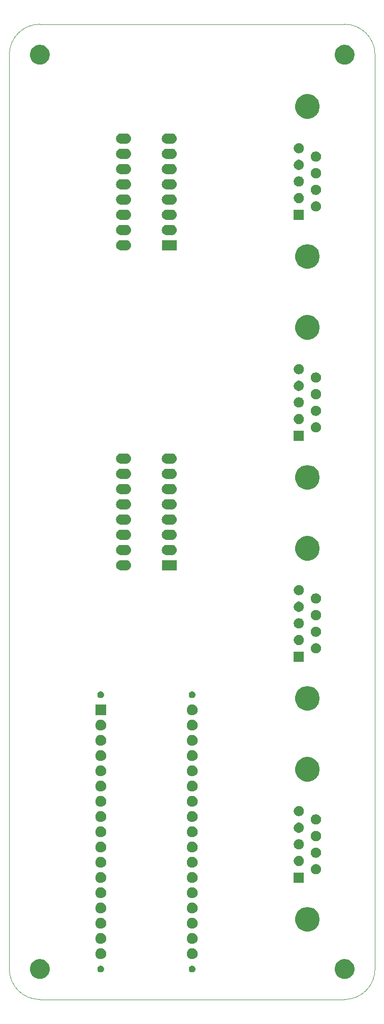
<source format=gbr>
G04 #@! TF.GenerationSoftware,KiCad,Pcbnew,5.1.5+dfsg1-2*
G04 #@! TF.CreationDate,2020-01-28T14:08:21-06:00*
G04 #@! TF.ProjectId,RS232-multiport,52533233-322d-46d7-956c-7469706f7274,2.0.0*
G04 #@! TF.SameCoordinates,Original*
G04 #@! TF.FileFunction,Soldermask,Bot*
G04 #@! TF.FilePolarity,Negative*
%FSLAX46Y46*%
G04 Gerber Fmt 4.6, Leading zero omitted, Abs format (unit mm)*
G04 Created by KiCad (PCBNEW 5.1.5+dfsg1-2) date 2020-01-28 14:08:21*
%MOMM*%
%LPD*%
G04 APERTURE LIST*
%ADD10C,0.050000*%
%ADD11C,0.100000*%
G04 APERTURE END LIST*
D10*
X76200000Y-182880000D02*
X127000000Y-182880000D01*
X71120000Y-25400000D02*
X71120000Y-177800000D01*
X76200000Y-20320000D02*
X127000000Y-20320000D01*
X71120000Y-25400000D02*
G75*
G02X76200000Y-20320000I5080000J0D01*
G01*
X76200000Y-182880000D02*
G75*
G02X71120000Y-177800000I0J5080000D01*
G01*
X132080000Y-177800000D02*
G75*
G02X127000000Y-182880000I-5080000J0D01*
G01*
X132080000Y-177800000D02*
X132080000Y-25400000D01*
X127000000Y-20320000D02*
G75*
G02X132080000Y-25400000I0J-5080000D01*
G01*
D11*
G36*
X127375256Y-176191298D02*
G01*
X127481579Y-176212447D01*
X127782042Y-176336903D01*
X128052451Y-176517585D01*
X128282415Y-176747549D01*
X128282416Y-176747551D01*
X128463098Y-177017960D01*
X128587553Y-177318422D01*
X128651000Y-177637389D01*
X128651000Y-177962611D01*
X128630676Y-178064786D01*
X128587553Y-178281579D01*
X128463097Y-178582042D01*
X128282415Y-178852451D01*
X128052451Y-179082415D01*
X127782042Y-179263097D01*
X127481579Y-179387553D01*
X127375256Y-179408702D01*
X127162611Y-179451000D01*
X126837389Y-179451000D01*
X126624744Y-179408702D01*
X126518421Y-179387553D01*
X126217958Y-179263097D01*
X125947549Y-179082415D01*
X125717585Y-178852451D01*
X125536903Y-178582042D01*
X125412447Y-178281579D01*
X125369324Y-178064786D01*
X125349000Y-177962611D01*
X125349000Y-177637389D01*
X125412447Y-177318422D01*
X125536902Y-177017960D01*
X125717584Y-176747551D01*
X125717585Y-176747549D01*
X125947549Y-176517585D01*
X126217958Y-176336903D01*
X126518421Y-176212447D01*
X126624744Y-176191298D01*
X126837389Y-176149000D01*
X127162611Y-176149000D01*
X127375256Y-176191298D01*
G37*
G36*
X76575256Y-176191298D02*
G01*
X76681579Y-176212447D01*
X76982042Y-176336903D01*
X77252451Y-176517585D01*
X77482415Y-176747549D01*
X77482416Y-176747551D01*
X77663098Y-177017960D01*
X77787553Y-177318422D01*
X77851000Y-177637389D01*
X77851000Y-177962611D01*
X77830676Y-178064786D01*
X77787553Y-178281579D01*
X77663097Y-178582042D01*
X77482415Y-178852451D01*
X77252451Y-179082415D01*
X76982042Y-179263097D01*
X76681579Y-179387553D01*
X76575256Y-179408702D01*
X76362611Y-179451000D01*
X76037389Y-179451000D01*
X75824744Y-179408702D01*
X75718421Y-179387553D01*
X75417958Y-179263097D01*
X75147549Y-179082415D01*
X74917585Y-178852451D01*
X74736903Y-178582042D01*
X74612447Y-178281579D01*
X74569324Y-178064786D01*
X74549000Y-177962611D01*
X74549000Y-177637389D01*
X74612447Y-177318422D01*
X74736902Y-177017960D01*
X74917584Y-176747551D01*
X74917585Y-176747549D01*
X75147549Y-176517585D01*
X75417958Y-176336903D01*
X75718421Y-176212447D01*
X75824744Y-176191298D01*
X76037389Y-176149000D01*
X76362611Y-176149000D01*
X76575256Y-176191298D01*
G37*
G36*
X101763051Y-177262480D02*
G01*
X101813920Y-177283551D01*
X101864786Y-177304620D01*
X101956342Y-177365796D01*
X102034204Y-177443658D01*
X102095380Y-177535214D01*
X102116449Y-177586080D01*
X102137520Y-177636949D01*
X102159000Y-177744941D01*
X102159000Y-177855059D01*
X102137520Y-177963051D01*
X102116449Y-178013920D01*
X102095380Y-178064786D01*
X102034204Y-178156342D01*
X101956342Y-178234204D01*
X101864786Y-178295380D01*
X101813920Y-178316449D01*
X101763051Y-178337520D01*
X101655059Y-178359000D01*
X101544941Y-178359000D01*
X101436949Y-178337520D01*
X101386080Y-178316449D01*
X101335214Y-178295380D01*
X101243658Y-178234204D01*
X101165796Y-178156342D01*
X101104620Y-178064786D01*
X101083551Y-178013920D01*
X101062480Y-177963051D01*
X101041000Y-177855059D01*
X101041000Y-177744941D01*
X101062480Y-177636949D01*
X101083551Y-177586080D01*
X101104620Y-177535214D01*
X101165796Y-177443658D01*
X101243658Y-177365796D01*
X101335214Y-177304620D01*
X101386080Y-177283551D01*
X101436949Y-177262480D01*
X101544941Y-177241000D01*
X101655059Y-177241000D01*
X101763051Y-177262480D01*
G37*
G36*
X86523051Y-177262480D02*
G01*
X86573920Y-177283551D01*
X86624786Y-177304620D01*
X86716342Y-177365796D01*
X86794204Y-177443658D01*
X86855380Y-177535214D01*
X86876449Y-177586080D01*
X86897520Y-177636949D01*
X86919000Y-177744941D01*
X86919000Y-177855059D01*
X86897520Y-177963051D01*
X86876449Y-178013920D01*
X86855380Y-178064786D01*
X86794204Y-178156342D01*
X86716342Y-178234204D01*
X86624786Y-178295380D01*
X86573920Y-178316449D01*
X86523051Y-178337520D01*
X86415059Y-178359000D01*
X86304941Y-178359000D01*
X86196949Y-178337520D01*
X86146080Y-178316449D01*
X86095214Y-178295380D01*
X86003658Y-178234204D01*
X85925796Y-178156342D01*
X85864620Y-178064786D01*
X85843551Y-178013920D01*
X85822480Y-177963051D01*
X85801000Y-177855059D01*
X85801000Y-177744941D01*
X85822480Y-177636949D01*
X85843551Y-177586080D01*
X85864620Y-177535214D01*
X85925796Y-177443658D01*
X86003658Y-177365796D01*
X86095214Y-177304620D01*
X86146080Y-177283551D01*
X86196949Y-177262480D01*
X86304941Y-177241000D01*
X86415059Y-177241000D01*
X86523051Y-177262480D01*
G37*
G36*
X101866778Y-174380547D02*
G01*
X102033224Y-174449491D01*
X102183022Y-174549583D01*
X102310417Y-174676978D01*
X102410509Y-174826776D01*
X102479453Y-174993222D01*
X102514600Y-175169918D01*
X102514600Y-175350082D01*
X102479453Y-175526778D01*
X102410509Y-175693224D01*
X102310417Y-175843022D01*
X102183022Y-175970417D01*
X102033224Y-176070509D01*
X101866778Y-176139453D01*
X101690082Y-176174600D01*
X101509918Y-176174600D01*
X101333222Y-176139453D01*
X101166776Y-176070509D01*
X101016978Y-175970417D01*
X100889583Y-175843022D01*
X100789491Y-175693224D01*
X100720547Y-175526778D01*
X100685400Y-175350082D01*
X100685400Y-175169918D01*
X100720547Y-174993222D01*
X100789491Y-174826776D01*
X100889583Y-174676978D01*
X101016978Y-174549583D01*
X101166776Y-174449491D01*
X101333222Y-174380547D01*
X101509918Y-174345400D01*
X101690082Y-174345400D01*
X101866778Y-174380547D01*
G37*
G36*
X86626778Y-174380547D02*
G01*
X86793224Y-174449491D01*
X86943022Y-174549583D01*
X87070417Y-174676978D01*
X87170509Y-174826776D01*
X87239453Y-174993222D01*
X87274600Y-175169918D01*
X87274600Y-175350082D01*
X87239453Y-175526778D01*
X87170509Y-175693224D01*
X87070417Y-175843022D01*
X86943022Y-175970417D01*
X86793224Y-176070509D01*
X86626778Y-176139453D01*
X86450082Y-176174600D01*
X86269918Y-176174600D01*
X86093222Y-176139453D01*
X85926776Y-176070509D01*
X85776978Y-175970417D01*
X85649583Y-175843022D01*
X85549491Y-175693224D01*
X85480547Y-175526778D01*
X85445400Y-175350082D01*
X85445400Y-175169918D01*
X85480547Y-174993222D01*
X85549491Y-174826776D01*
X85649583Y-174676978D01*
X85776978Y-174549583D01*
X85926776Y-174449491D01*
X86093222Y-174380547D01*
X86269918Y-174345400D01*
X86450082Y-174345400D01*
X86626778Y-174380547D01*
G37*
G36*
X101866778Y-171840547D02*
G01*
X102033224Y-171909491D01*
X102183022Y-172009583D01*
X102310417Y-172136978D01*
X102410509Y-172286776D01*
X102479453Y-172453222D01*
X102514600Y-172629918D01*
X102514600Y-172810082D01*
X102479453Y-172986778D01*
X102410509Y-173153224D01*
X102310417Y-173303022D01*
X102183022Y-173430417D01*
X102033224Y-173530509D01*
X101866778Y-173599453D01*
X101690082Y-173634600D01*
X101509918Y-173634600D01*
X101333222Y-173599453D01*
X101166776Y-173530509D01*
X101016978Y-173430417D01*
X100889583Y-173303022D01*
X100789491Y-173153224D01*
X100720547Y-172986778D01*
X100685400Y-172810082D01*
X100685400Y-172629918D01*
X100720547Y-172453222D01*
X100789491Y-172286776D01*
X100889583Y-172136978D01*
X101016978Y-172009583D01*
X101166776Y-171909491D01*
X101333222Y-171840547D01*
X101509918Y-171805400D01*
X101690082Y-171805400D01*
X101866778Y-171840547D01*
G37*
G36*
X86626778Y-171840547D02*
G01*
X86793224Y-171909491D01*
X86943022Y-172009583D01*
X87070417Y-172136978D01*
X87170509Y-172286776D01*
X87239453Y-172453222D01*
X87274600Y-172629918D01*
X87274600Y-172810082D01*
X87239453Y-172986778D01*
X87170509Y-173153224D01*
X87070417Y-173303022D01*
X86943022Y-173430417D01*
X86793224Y-173530509D01*
X86626778Y-173599453D01*
X86450082Y-173634600D01*
X86269918Y-173634600D01*
X86093222Y-173599453D01*
X85926776Y-173530509D01*
X85776978Y-173430417D01*
X85649583Y-173303022D01*
X85549491Y-173153224D01*
X85480547Y-172986778D01*
X85445400Y-172810082D01*
X85445400Y-172629918D01*
X85480547Y-172453222D01*
X85549491Y-172286776D01*
X85649583Y-172136978D01*
X85776978Y-172009583D01*
X85926776Y-171909491D01*
X86093222Y-171840547D01*
X86269918Y-171805400D01*
X86450082Y-171805400D01*
X86626778Y-171840547D01*
G37*
G36*
X121398254Y-167547818D02*
G01*
X121771511Y-167702426D01*
X121771513Y-167702427D01*
X122107436Y-167926884D01*
X122393116Y-168212564D01*
X122485227Y-168350417D01*
X122617574Y-168548489D01*
X122772182Y-168921746D01*
X122851000Y-169317993D01*
X122851000Y-169722007D01*
X122772182Y-170118254D01*
X122617574Y-170491511D01*
X122617573Y-170491513D01*
X122393116Y-170827436D01*
X122107436Y-171113116D01*
X121771513Y-171337573D01*
X121771512Y-171337574D01*
X121771511Y-171337574D01*
X121398254Y-171492182D01*
X121002007Y-171571000D01*
X120597993Y-171571000D01*
X120201746Y-171492182D01*
X119828489Y-171337574D01*
X119828488Y-171337574D01*
X119828487Y-171337573D01*
X119492564Y-171113116D01*
X119206884Y-170827436D01*
X118982427Y-170491513D01*
X118982426Y-170491511D01*
X118827818Y-170118254D01*
X118749000Y-169722007D01*
X118749000Y-169317993D01*
X118827818Y-168921746D01*
X118982426Y-168548489D01*
X119114774Y-168350417D01*
X119206884Y-168212564D01*
X119492564Y-167926884D01*
X119828487Y-167702427D01*
X119828489Y-167702426D01*
X120201746Y-167547818D01*
X120597993Y-167469000D01*
X121002007Y-167469000D01*
X121398254Y-167547818D01*
G37*
G36*
X86626778Y-169300547D02*
G01*
X86793224Y-169369491D01*
X86943022Y-169469583D01*
X87070417Y-169596978D01*
X87170509Y-169746776D01*
X87239453Y-169913222D01*
X87274600Y-170089918D01*
X87274600Y-170270082D01*
X87239453Y-170446778D01*
X87170509Y-170613224D01*
X87070417Y-170763022D01*
X86943022Y-170890417D01*
X86793224Y-170990509D01*
X86626778Y-171059453D01*
X86450082Y-171094600D01*
X86269918Y-171094600D01*
X86093222Y-171059453D01*
X85926776Y-170990509D01*
X85776978Y-170890417D01*
X85649583Y-170763022D01*
X85549491Y-170613224D01*
X85480547Y-170446778D01*
X85445400Y-170270082D01*
X85445400Y-170089918D01*
X85480547Y-169913222D01*
X85549491Y-169746776D01*
X85649583Y-169596978D01*
X85776978Y-169469583D01*
X85926776Y-169369491D01*
X86093222Y-169300547D01*
X86269918Y-169265400D01*
X86450082Y-169265400D01*
X86626778Y-169300547D01*
G37*
G36*
X101866778Y-169300547D02*
G01*
X102033224Y-169369491D01*
X102183022Y-169469583D01*
X102310417Y-169596978D01*
X102410509Y-169746776D01*
X102479453Y-169913222D01*
X102514600Y-170089918D01*
X102514600Y-170270082D01*
X102479453Y-170446778D01*
X102410509Y-170613224D01*
X102310417Y-170763022D01*
X102183022Y-170890417D01*
X102033224Y-170990509D01*
X101866778Y-171059453D01*
X101690082Y-171094600D01*
X101509918Y-171094600D01*
X101333222Y-171059453D01*
X101166776Y-170990509D01*
X101016978Y-170890417D01*
X100889583Y-170763022D01*
X100789491Y-170613224D01*
X100720547Y-170446778D01*
X100685400Y-170270082D01*
X100685400Y-170089918D01*
X100720547Y-169913222D01*
X100789491Y-169746776D01*
X100889583Y-169596978D01*
X101016978Y-169469583D01*
X101166776Y-169369491D01*
X101333222Y-169300547D01*
X101509918Y-169265400D01*
X101690082Y-169265400D01*
X101866778Y-169300547D01*
G37*
G36*
X86626778Y-166760547D02*
G01*
X86793224Y-166829491D01*
X86943022Y-166929583D01*
X87070417Y-167056978D01*
X87170509Y-167206776D01*
X87239453Y-167373222D01*
X87274600Y-167549918D01*
X87274600Y-167730082D01*
X87239453Y-167906778D01*
X87170509Y-168073224D01*
X87070417Y-168223022D01*
X86943022Y-168350417D01*
X86793224Y-168450509D01*
X86626778Y-168519453D01*
X86450082Y-168554600D01*
X86269918Y-168554600D01*
X86093222Y-168519453D01*
X85926776Y-168450509D01*
X85776978Y-168350417D01*
X85649583Y-168223022D01*
X85549491Y-168073224D01*
X85480547Y-167906778D01*
X85445400Y-167730082D01*
X85445400Y-167549918D01*
X85480547Y-167373222D01*
X85549491Y-167206776D01*
X85649583Y-167056978D01*
X85776978Y-166929583D01*
X85926776Y-166829491D01*
X86093222Y-166760547D01*
X86269918Y-166725400D01*
X86450082Y-166725400D01*
X86626778Y-166760547D01*
G37*
G36*
X101866778Y-166760547D02*
G01*
X102033224Y-166829491D01*
X102183022Y-166929583D01*
X102310417Y-167056978D01*
X102410509Y-167206776D01*
X102479453Y-167373222D01*
X102514600Y-167549918D01*
X102514600Y-167730082D01*
X102479453Y-167906778D01*
X102410509Y-168073224D01*
X102310417Y-168223022D01*
X102183022Y-168350417D01*
X102033224Y-168450509D01*
X101866778Y-168519453D01*
X101690082Y-168554600D01*
X101509918Y-168554600D01*
X101333222Y-168519453D01*
X101166776Y-168450509D01*
X101016978Y-168350417D01*
X100889583Y-168223022D01*
X100789491Y-168073224D01*
X100720547Y-167906778D01*
X100685400Y-167730082D01*
X100685400Y-167549918D01*
X100720547Y-167373222D01*
X100789491Y-167206776D01*
X100889583Y-167056978D01*
X101016978Y-166929583D01*
X101166776Y-166829491D01*
X101333222Y-166760547D01*
X101509918Y-166725400D01*
X101690082Y-166725400D01*
X101866778Y-166760547D01*
G37*
G36*
X101866778Y-164220547D02*
G01*
X102033224Y-164289491D01*
X102183022Y-164389583D01*
X102310417Y-164516978D01*
X102410509Y-164666776D01*
X102479453Y-164833222D01*
X102514600Y-165009918D01*
X102514600Y-165190082D01*
X102479453Y-165366778D01*
X102410509Y-165533224D01*
X102310417Y-165683022D01*
X102183022Y-165810417D01*
X102033224Y-165910509D01*
X101866778Y-165979453D01*
X101690082Y-166014600D01*
X101509918Y-166014600D01*
X101333222Y-165979453D01*
X101166776Y-165910509D01*
X101016978Y-165810417D01*
X100889583Y-165683022D01*
X100789491Y-165533224D01*
X100720547Y-165366778D01*
X100685400Y-165190082D01*
X100685400Y-165009918D01*
X100720547Y-164833222D01*
X100789491Y-164666776D01*
X100889583Y-164516978D01*
X101016978Y-164389583D01*
X101166776Y-164289491D01*
X101333222Y-164220547D01*
X101509918Y-164185400D01*
X101690082Y-164185400D01*
X101866778Y-164220547D01*
G37*
G36*
X86626778Y-164220547D02*
G01*
X86793224Y-164289491D01*
X86943022Y-164389583D01*
X87070417Y-164516978D01*
X87170509Y-164666776D01*
X87239453Y-164833222D01*
X87274600Y-165009918D01*
X87274600Y-165190082D01*
X87239453Y-165366778D01*
X87170509Y-165533224D01*
X87070417Y-165683022D01*
X86943022Y-165810417D01*
X86793224Y-165910509D01*
X86626778Y-165979453D01*
X86450082Y-166014600D01*
X86269918Y-166014600D01*
X86093222Y-165979453D01*
X85926776Y-165910509D01*
X85776978Y-165810417D01*
X85649583Y-165683022D01*
X85549491Y-165533224D01*
X85480547Y-165366778D01*
X85445400Y-165190082D01*
X85445400Y-165009918D01*
X85480547Y-164833222D01*
X85549491Y-164666776D01*
X85649583Y-164516978D01*
X85776978Y-164389583D01*
X85926776Y-164289491D01*
X86093222Y-164220547D01*
X86269918Y-164185400D01*
X86450082Y-164185400D01*
X86626778Y-164220547D01*
G37*
G36*
X101866778Y-161680547D02*
G01*
X102033224Y-161749491D01*
X102183022Y-161849583D01*
X102310417Y-161976978D01*
X102410509Y-162126776D01*
X102479453Y-162293222D01*
X102514600Y-162469918D01*
X102514600Y-162650082D01*
X102479453Y-162826778D01*
X102410509Y-162993224D01*
X102310417Y-163143022D01*
X102183022Y-163270417D01*
X102033224Y-163370509D01*
X101866778Y-163439453D01*
X101690082Y-163474600D01*
X101509918Y-163474600D01*
X101333222Y-163439453D01*
X101166776Y-163370509D01*
X101016978Y-163270417D01*
X100889583Y-163143022D01*
X100789491Y-162993224D01*
X100720547Y-162826778D01*
X100685400Y-162650082D01*
X100685400Y-162469918D01*
X100720547Y-162293222D01*
X100789491Y-162126776D01*
X100889583Y-161976978D01*
X101016978Y-161849583D01*
X101166776Y-161749491D01*
X101333222Y-161680547D01*
X101509918Y-161645400D01*
X101690082Y-161645400D01*
X101866778Y-161680547D01*
G37*
G36*
X86626778Y-161680547D02*
G01*
X86793224Y-161749491D01*
X86943022Y-161849583D01*
X87070417Y-161976978D01*
X87170509Y-162126776D01*
X87239453Y-162293222D01*
X87274600Y-162469918D01*
X87274600Y-162650082D01*
X87239453Y-162826778D01*
X87170509Y-162993224D01*
X87070417Y-163143022D01*
X86943022Y-163270417D01*
X86793224Y-163370509D01*
X86626778Y-163439453D01*
X86450082Y-163474600D01*
X86269918Y-163474600D01*
X86093222Y-163439453D01*
X85926776Y-163370509D01*
X85776978Y-163270417D01*
X85649583Y-163143022D01*
X85549491Y-162993224D01*
X85480547Y-162826778D01*
X85445400Y-162650082D01*
X85445400Y-162469918D01*
X85480547Y-162293222D01*
X85549491Y-162126776D01*
X85649583Y-161976978D01*
X85776978Y-161849583D01*
X85926776Y-161749491D01*
X86093222Y-161680547D01*
X86269918Y-161645400D01*
X86450082Y-161645400D01*
X86626778Y-161680547D01*
G37*
G36*
X120231000Y-163411000D02*
G01*
X118529000Y-163411000D01*
X118529000Y-161709000D01*
X120231000Y-161709000D01*
X120231000Y-163411000D01*
G37*
G36*
X122468228Y-160356703D02*
G01*
X122623100Y-160420853D01*
X122762481Y-160513985D01*
X122881015Y-160632519D01*
X122974147Y-160771900D01*
X123038297Y-160926772D01*
X123071000Y-161091184D01*
X123071000Y-161258816D01*
X123038297Y-161423228D01*
X122974147Y-161578100D01*
X122881015Y-161717481D01*
X122762481Y-161836015D01*
X122623100Y-161929147D01*
X122468228Y-161993297D01*
X122303816Y-162026000D01*
X122136184Y-162026000D01*
X121971772Y-161993297D01*
X121816900Y-161929147D01*
X121677519Y-161836015D01*
X121558985Y-161717481D01*
X121465853Y-161578100D01*
X121401703Y-161423228D01*
X121369000Y-161258816D01*
X121369000Y-161091184D01*
X121401703Y-160926772D01*
X121465853Y-160771900D01*
X121558985Y-160632519D01*
X121677519Y-160513985D01*
X121816900Y-160420853D01*
X121971772Y-160356703D01*
X122136184Y-160324000D01*
X122303816Y-160324000D01*
X122468228Y-160356703D01*
G37*
G36*
X101866778Y-159140547D02*
G01*
X102033224Y-159209491D01*
X102183022Y-159309583D01*
X102310417Y-159436978D01*
X102410509Y-159586776D01*
X102479453Y-159753222D01*
X102514600Y-159929918D01*
X102514600Y-160110082D01*
X102479453Y-160286778D01*
X102410509Y-160453224D01*
X102310417Y-160603022D01*
X102183022Y-160730417D01*
X102033224Y-160830509D01*
X101866778Y-160899453D01*
X101690082Y-160934600D01*
X101509918Y-160934600D01*
X101333222Y-160899453D01*
X101166776Y-160830509D01*
X101016978Y-160730417D01*
X100889583Y-160603022D01*
X100789491Y-160453224D01*
X100720547Y-160286778D01*
X100685400Y-160110082D01*
X100685400Y-159929918D01*
X100720547Y-159753222D01*
X100789491Y-159586776D01*
X100889583Y-159436978D01*
X101016978Y-159309583D01*
X101166776Y-159209491D01*
X101333222Y-159140547D01*
X101509918Y-159105400D01*
X101690082Y-159105400D01*
X101866778Y-159140547D01*
G37*
G36*
X86626778Y-159140547D02*
G01*
X86793224Y-159209491D01*
X86943022Y-159309583D01*
X87070417Y-159436978D01*
X87170509Y-159586776D01*
X87239453Y-159753222D01*
X87274600Y-159929918D01*
X87274600Y-160110082D01*
X87239453Y-160286778D01*
X87170509Y-160453224D01*
X87070417Y-160603022D01*
X86943022Y-160730417D01*
X86793224Y-160830509D01*
X86626778Y-160899453D01*
X86450082Y-160934600D01*
X86269918Y-160934600D01*
X86093222Y-160899453D01*
X85926776Y-160830509D01*
X85776978Y-160730417D01*
X85649583Y-160603022D01*
X85549491Y-160453224D01*
X85480547Y-160286778D01*
X85445400Y-160110082D01*
X85445400Y-159929918D01*
X85480547Y-159753222D01*
X85549491Y-159586776D01*
X85649583Y-159436978D01*
X85776978Y-159309583D01*
X85926776Y-159209491D01*
X86093222Y-159140547D01*
X86269918Y-159105400D01*
X86450082Y-159105400D01*
X86626778Y-159140547D01*
G37*
G36*
X119628228Y-158971703D02*
G01*
X119783100Y-159035853D01*
X119922481Y-159128985D01*
X120041015Y-159247519D01*
X120134147Y-159386900D01*
X120198297Y-159541772D01*
X120231000Y-159706184D01*
X120231000Y-159873816D01*
X120198297Y-160038228D01*
X120134147Y-160193100D01*
X120041015Y-160332481D01*
X119922481Y-160451015D01*
X119783100Y-160544147D01*
X119628228Y-160608297D01*
X119463816Y-160641000D01*
X119296184Y-160641000D01*
X119131772Y-160608297D01*
X118976900Y-160544147D01*
X118837519Y-160451015D01*
X118718985Y-160332481D01*
X118625853Y-160193100D01*
X118561703Y-160038228D01*
X118529000Y-159873816D01*
X118529000Y-159706184D01*
X118561703Y-159541772D01*
X118625853Y-159386900D01*
X118718985Y-159247519D01*
X118837519Y-159128985D01*
X118976900Y-159035853D01*
X119131772Y-158971703D01*
X119296184Y-158939000D01*
X119463816Y-158939000D01*
X119628228Y-158971703D01*
G37*
G36*
X122468228Y-157586703D02*
G01*
X122623100Y-157650853D01*
X122762481Y-157743985D01*
X122881015Y-157862519D01*
X122974147Y-158001900D01*
X123038297Y-158156772D01*
X123071000Y-158321184D01*
X123071000Y-158488816D01*
X123038297Y-158653228D01*
X122974147Y-158808100D01*
X122881015Y-158947481D01*
X122762481Y-159066015D01*
X122623100Y-159159147D01*
X122468228Y-159223297D01*
X122303816Y-159256000D01*
X122136184Y-159256000D01*
X121971772Y-159223297D01*
X121816900Y-159159147D01*
X121677519Y-159066015D01*
X121558985Y-158947481D01*
X121465853Y-158808100D01*
X121401703Y-158653228D01*
X121369000Y-158488816D01*
X121369000Y-158321184D01*
X121401703Y-158156772D01*
X121465853Y-158001900D01*
X121558985Y-157862519D01*
X121677519Y-157743985D01*
X121816900Y-157650853D01*
X121971772Y-157586703D01*
X122136184Y-157554000D01*
X122303816Y-157554000D01*
X122468228Y-157586703D01*
G37*
G36*
X101866778Y-156600547D02*
G01*
X102033224Y-156669491D01*
X102183022Y-156769583D01*
X102310417Y-156896978D01*
X102410509Y-157046776D01*
X102479453Y-157213222D01*
X102514600Y-157389918D01*
X102514600Y-157570082D01*
X102479453Y-157746778D01*
X102410509Y-157913224D01*
X102310417Y-158063022D01*
X102183022Y-158190417D01*
X102033224Y-158290509D01*
X101866778Y-158359453D01*
X101690082Y-158394600D01*
X101509918Y-158394600D01*
X101333222Y-158359453D01*
X101166776Y-158290509D01*
X101016978Y-158190417D01*
X100889583Y-158063022D01*
X100789491Y-157913224D01*
X100720547Y-157746778D01*
X100685400Y-157570082D01*
X100685400Y-157389918D01*
X100720547Y-157213222D01*
X100789491Y-157046776D01*
X100889583Y-156896978D01*
X101016978Y-156769583D01*
X101166776Y-156669491D01*
X101333222Y-156600547D01*
X101509918Y-156565400D01*
X101690082Y-156565400D01*
X101866778Y-156600547D01*
G37*
G36*
X86626778Y-156600547D02*
G01*
X86793224Y-156669491D01*
X86943022Y-156769583D01*
X87070417Y-156896978D01*
X87170509Y-157046776D01*
X87239453Y-157213222D01*
X87274600Y-157389918D01*
X87274600Y-157570082D01*
X87239453Y-157746778D01*
X87170509Y-157913224D01*
X87070417Y-158063022D01*
X86943022Y-158190417D01*
X86793224Y-158290509D01*
X86626778Y-158359453D01*
X86450082Y-158394600D01*
X86269918Y-158394600D01*
X86093222Y-158359453D01*
X85926776Y-158290509D01*
X85776978Y-158190417D01*
X85649583Y-158063022D01*
X85549491Y-157913224D01*
X85480547Y-157746778D01*
X85445400Y-157570082D01*
X85445400Y-157389918D01*
X85480547Y-157213222D01*
X85549491Y-157046776D01*
X85649583Y-156896978D01*
X85776978Y-156769583D01*
X85926776Y-156669491D01*
X86093222Y-156600547D01*
X86269918Y-156565400D01*
X86450082Y-156565400D01*
X86626778Y-156600547D01*
G37*
G36*
X119628228Y-156201703D02*
G01*
X119783100Y-156265853D01*
X119922481Y-156358985D01*
X120041015Y-156477519D01*
X120134147Y-156616900D01*
X120198297Y-156771772D01*
X120231000Y-156936184D01*
X120231000Y-157103816D01*
X120198297Y-157268228D01*
X120134147Y-157423100D01*
X120041015Y-157562481D01*
X119922481Y-157681015D01*
X119783100Y-157774147D01*
X119628228Y-157838297D01*
X119463816Y-157871000D01*
X119296184Y-157871000D01*
X119131772Y-157838297D01*
X118976900Y-157774147D01*
X118837519Y-157681015D01*
X118718985Y-157562481D01*
X118625853Y-157423100D01*
X118561703Y-157268228D01*
X118529000Y-157103816D01*
X118529000Y-156936184D01*
X118561703Y-156771772D01*
X118625853Y-156616900D01*
X118718985Y-156477519D01*
X118837519Y-156358985D01*
X118976900Y-156265853D01*
X119131772Y-156201703D01*
X119296184Y-156169000D01*
X119463816Y-156169000D01*
X119628228Y-156201703D01*
G37*
G36*
X122468228Y-154816703D02*
G01*
X122623100Y-154880853D01*
X122762481Y-154973985D01*
X122881015Y-155092519D01*
X122974147Y-155231900D01*
X123038297Y-155386772D01*
X123071000Y-155551184D01*
X123071000Y-155718816D01*
X123038297Y-155883228D01*
X122974147Y-156038100D01*
X122881015Y-156177481D01*
X122762481Y-156296015D01*
X122623100Y-156389147D01*
X122468228Y-156453297D01*
X122303816Y-156486000D01*
X122136184Y-156486000D01*
X121971772Y-156453297D01*
X121816900Y-156389147D01*
X121677519Y-156296015D01*
X121558985Y-156177481D01*
X121465853Y-156038100D01*
X121401703Y-155883228D01*
X121369000Y-155718816D01*
X121369000Y-155551184D01*
X121401703Y-155386772D01*
X121465853Y-155231900D01*
X121558985Y-155092519D01*
X121677519Y-154973985D01*
X121816900Y-154880853D01*
X121971772Y-154816703D01*
X122136184Y-154784000D01*
X122303816Y-154784000D01*
X122468228Y-154816703D01*
G37*
G36*
X86626778Y-154060547D02*
G01*
X86793224Y-154129491D01*
X86943022Y-154229583D01*
X87070417Y-154356978D01*
X87170509Y-154506776D01*
X87239453Y-154673222D01*
X87274600Y-154849918D01*
X87274600Y-155030082D01*
X87239453Y-155206778D01*
X87170509Y-155373224D01*
X87070417Y-155523022D01*
X86943022Y-155650417D01*
X86793224Y-155750509D01*
X86626778Y-155819453D01*
X86450082Y-155854600D01*
X86269918Y-155854600D01*
X86093222Y-155819453D01*
X85926776Y-155750509D01*
X85776978Y-155650417D01*
X85649583Y-155523022D01*
X85549491Y-155373224D01*
X85480547Y-155206778D01*
X85445400Y-155030082D01*
X85445400Y-154849918D01*
X85480547Y-154673222D01*
X85549491Y-154506776D01*
X85649583Y-154356978D01*
X85776978Y-154229583D01*
X85926776Y-154129491D01*
X86093222Y-154060547D01*
X86269918Y-154025400D01*
X86450082Y-154025400D01*
X86626778Y-154060547D01*
G37*
G36*
X101866778Y-154060547D02*
G01*
X102033224Y-154129491D01*
X102183022Y-154229583D01*
X102310417Y-154356978D01*
X102410509Y-154506776D01*
X102479453Y-154673222D01*
X102514600Y-154849918D01*
X102514600Y-155030082D01*
X102479453Y-155206778D01*
X102410509Y-155373224D01*
X102310417Y-155523022D01*
X102183022Y-155650417D01*
X102033224Y-155750509D01*
X101866778Y-155819453D01*
X101690082Y-155854600D01*
X101509918Y-155854600D01*
X101333222Y-155819453D01*
X101166776Y-155750509D01*
X101016978Y-155650417D01*
X100889583Y-155523022D01*
X100789491Y-155373224D01*
X100720547Y-155206778D01*
X100685400Y-155030082D01*
X100685400Y-154849918D01*
X100720547Y-154673222D01*
X100789491Y-154506776D01*
X100889583Y-154356978D01*
X101016978Y-154229583D01*
X101166776Y-154129491D01*
X101333222Y-154060547D01*
X101509918Y-154025400D01*
X101690082Y-154025400D01*
X101866778Y-154060547D01*
G37*
G36*
X119628228Y-153431703D02*
G01*
X119783100Y-153495853D01*
X119922481Y-153588985D01*
X120041015Y-153707519D01*
X120134147Y-153846900D01*
X120198297Y-154001772D01*
X120231000Y-154166184D01*
X120231000Y-154333816D01*
X120198297Y-154498228D01*
X120134147Y-154653100D01*
X120041015Y-154792481D01*
X119922481Y-154911015D01*
X119783100Y-155004147D01*
X119628228Y-155068297D01*
X119463816Y-155101000D01*
X119296184Y-155101000D01*
X119131772Y-155068297D01*
X118976900Y-155004147D01*
X118837519Y-154911015D01*
X118718985Y-154792481D01*
X118625853Y-154653100D01*
X118561703Y-154498228D01*
X118529000Y-154333816D01*
X118529000Y-154166184D01*
X118561703Y-154001772D01*
X118625853Y-153846900D01*
X118718985Y-153707519D01*
X118837519Y-153588985D01*
X118976900Y-153495853D01*
X119131772Y-153431703D01*
X119296184Y-153399000D01*
X119463816Y-153399000D01*
X119628228Y-153431703D01*
G37*
G36*
X122468228Y-152046703D02*
G01*
X122623100Y-152110853D01*
X122762481Y-152203985D01*
X122881015Y-152322519D01*
X122974147Y-152461900D01*
X123038297Y-152616772D01*
X123071000Y-152781184D01*
X123071000Y-152948816D01*
X123038297Y-153113228D01*
X122974147Y-153268100D01*
X122881015Y-153407481D01*
X122762481Y-153526015D01*
X122623100Y-153619147D01*
X122468228Y-153683297D01*
X122303816Y-153716000D01*
X122136184Y-153716000D01*
X121971772Y-153683297D01*
X121816900Y-153619147D01*
X121677519Y-153526015D01*
X121558985Y-153407481D01*
X121465853Y-153268100D01*
X121401703Y-153113228D01*
X121369000Y-152948816D01*
X121369000Y-152781184D01*
X121401703Y-152616772D01*
X121465853Y-152461900D01*
X121558985Y-152322519D01*
X121677519Y-152203985D01*
X121816900Y-152110853D01*
X121971772Y-152046703D01*
X122136184Y-152014000D01*
X122303816Y-152014000D01*
X122468228Y-152046703D01*
G37*
G36*
X101866778Y-151520547D02*
G01*
X102033224Y-151589491D01*
X102183022Y-151689583D01*
X102310417Y-151816978D01*
X102410509Y-151966776D01*
X102479453Y-152133222D01*
X102514600Y-152309918D01*
X102514600Y-152490082D01*
X102479453Y-152666778D01*
X102410509Y-152833224D01*
X102310417Y-152983022D01*
X102183022Y-153110417D01*
X102033224Y-153210509D01*
X101866778Y-153279453D01*
X101690082Y-153314600D01*
X101509918Y-153314600D01*
X101333222Y-153279453D01*
X101166776Y-153210509D01*
X101016978Y-153110417D01*
X100889583Y-152983022D01*
X100789491Y-152833224D01*
X100720547Y-152666778D01*
X100685400Y-152490082D01*
X100685400Y-152309918D01*
X100720547Y-152133222D01*
X100789491Y-151966776D01*
X100889583Y-151816978D01*
X101016978Y-151689583D01*
X101166776Y-151589491D01*
X101333222Y-151520547D01*
X101509918Y-151485400D01*
X101690082Y-151485400D01*
X101866778Y-151520547D01*
G37*
G36*
X86626778Y-151520547D02*
G01*
X86793224Y-151589491D01*
X86943022Y-151689583D01*
X87070417Y-151816978D01*
X87170509Y-151966776D01*
X87239453Y-152133222D01*
X87274600Y-152309918D01*
X87274600Y-152490082D01*
X87239453Y-152666778D01*
X87170509Y-152833224D01*
X87070417Y-152983022D01*
X86943022Y-153110417D01*
X86793224Y-153210509D01*
X86626778Y-153279453D01*
X86450082Y-153314600D01*
X86269918Y-153314600D01*
X86093222Y-153279453D01*
X85926776Y-153210509D01*
X85776978Y-153110417D01*
X85649583Y-152983022D01*
X85549491Y-152833224D01*
X85480547Y-152666778D01*
X85445400Y-152490082D01*
X85445400Y-152309918D01*
X85480547Y-152133222D01*
X85549491Y-151966776D01*
X85649583Y-151816978D01*
X85776978Y-151689583D01*
X85926776Y-151589491D01*
X86093222Y-151520547D01*
X86269918Y-151485400D01*
X86450082Y-151485400D01*
X86626778Y-151520547D01*
G37*
G36*
X119628228Y-150661703D02*
G01*
X119783100Y-150725853D01*
X119922481Y-150818985D01*
X120041015Y-150937519D01*
X120134147Y-151076900D01*
X120198297Y-151231772D01*
X120231000Y-151396184D01*
X120231000Y-151563816D01*
X120198297Y-151728228D01*
X120134147Y-151883100D01*
X120041015Y-152022481D01*
X119922481Y-152141015D01*
X119783100Y-152234147D01*
X119628228Y-152298297D01*
X119463816Y-152331000D01*
X119296184Y-152331000D01*
X119131772Y-152298297D01*
X118976900Y-152234147D01*
X118837519Y-152141015D01*
X118718985Y-152022481D01*
X118625853Y-151883100D01*
X118561703Y-151728228D01*
X118529000Y-151563816D01*
X118529000Y-151396184D01*
X118561703Y-151231772D01*
X118625853Y-151076900D01*
X118718985Y-150937519D01*
X118837519Y-150818985D01*
X118976900Y-150725853D01*
X119131772Y-150661703D01*
X119296184Y-150629000D01*
X119463816Y-150629000D01*
X119628228Y-150661703D01*
G37*
G36*
X86626778Y-148980547D02*
G01*
X86793224Y-149049491D01*
X86943022Y-149149583D01*
X87070417Y-149276978D01*
X87170509Y-149426776D01*
X87239453Y-149593222D01*
X87274600Y-149769918D01*
X87274600Y-149950082D01*
X87239453Y-150126778D01*
X87170509Y-150293224D01*
X87070417Y-150443022D01*
X86943022Y-150570417D01*
X86793224Y-150670509D01*
X86626778Y-150739453D01*
X86450082Y-150774600D01*
X86269918Y-150774600D01*
X86093222Y-150739453D01*
X85926776Y-150670509D01*
X85776978Y-150570417D01*
X85649583Y-150443022D01*
X85549491Y-150293224D01*
X85480547Y-150126778D01*
X85445400Y-149950082D01*
X85445400Y-149769918D01*
X85480547Y-149593222D01*
X85549491Y-149426776D01*
X85649583Y-149276978D01*
X85776978Y-149149583D01*
X85926776Y-149049491D01*
X86093222Y-148980547D01*
X86269918Y-148945400D01*
X86450082Y-148945400D01*
X86626778Y-148980547D01*
G37*
G36*
X101866778Y-148980547D02*
G01*
X102033224Y-149049491D01*
X102183022Y-149149583D01*
X102310417Y-149276978D01*
X102410509Y-149426776D01*
X102479453Y-149593222D01*
X102514600Y-149769918D01*
X102514600Y-149950082D01*
X102479453Y-150126778D01*
X102410509Y-150293224D01*
X102310417Y-150443022D01*
X102183022Y-150570417D01*
X102033224Y-150670509D01*
X101866778Y-150739453D01*
X101690082Y-150774600D01*
X101509918Y-150774600D01*
X101333222Y-150739453D01*
X101166776Y-150670509D01*
X101016978Y-150570417D01*
X100889583Y-150443022D01*
X100789491Y-150293224D01*
X100720547Y-150126778D01*
X100685400Y-149950082D01*
X100685400Y-149769918D01*
X100720547Y-149593222D01*
X100789491Y-149426776D01*
X100889583Y-149276978D01*
X101016978Y-149149583D01*
X101166776Y-149049491D01*
X101333222Y-148980547D01*
X101509918Y-148945400D01*
X101690082Y-148945400D01*
X101866778Y-148980547D01*
G37*
G36*
X101866778Y-146440547D02*
G01*
X102033224Y-146509491D01*
X102183022Y-146609583D01*
X102310417Y-146736978D01*
X102410509Y-146886776D01*
X102479453Y-147053222D01*
X102514600Y-147229918D01*
X102514600Y-147410082D01*
X102479453Y-147586778D01*
X102410509Y-147753224D01*
X102310417Y-147903022D01*
X102183022Y-148030417D01*
X102033224Y-148130509D01*
X101866778Y-148199453D01*
X101690082Y-148234600D01*
X101509918Y-148234600D01*
X101333222Y-148199453D01*
X101166776Y-148130509D01*
X101016978Y-148030417D01*
X100889583Y-147903022D01*
X100789491Y-147753224D01*
X100720547Y-147586778D01*
X100685400Y-147410082D01*
X100685400Y-147229918D01*
X100720547Y-147053222D01*
X100789491Y-146886776D01*
X100889583Y-146736978D01*
X101016978Y-146609583D01*
X101166776Y-146509491D01*
X101333222Y-146440547D01*
X101509918Y-146405400D01*
X101690082Y-146405400D01*
X101866778Y-146440547D01*
G37*
G36*
X86626778Y-146440547D02*
G01*
X86793224Y-146509491D01*
X86943022Y-146609583D01*
X87070417Y-146736978D01*
X87170509Y-146886776D01*
X87239453Y-147053222D01*
X87274600Y-147229918D01*
X87274600Y-147410082D01*
X87239453Y-147586778D01*
X87170509Y-147753224D01*
X87070417Y-147903022D01*
X86943022Y-148030417D01*
X86793224Y-148130509D01*
X86626778Y-148199453D01*
X86450082Y-148234600D01*
X86269918Y-148234600D01*
X86093222Y-148199453D01*
X85926776Y-148130509D01*
X85776978Y-148030417D01*
X85649583Y-147903022D01*
X85549491Y-147753224D01*
X85480547Y-147586778D01*
X85445400Y-147410082D01*
X85445400Y-147229918D01*
X85480547Y-147053222D01*
X85549491Y-146886776D01*
X85649583Y-146736978D01*
X85776978Y-146609583D01*
X85926776Y-146509491D01*
X86093222Y-146440547D01*
X86269918Y-146405400D01*
X86450082Y-146405400D01*
X86626778Y-146440547D01*
G37*
G36*
X121398254Y-142547818D02*
G01*
X121701013Y-142673225D01*
X121771513Y-142702427D01*
X121951996Y-142823022D01*
X122107436Y-142926884D01*
X122393116Y-143212564D01*
X122617574Y-143548489D01*
X122772182Y-143921746D01*
X122851000Y-144317993D01*
X122851000Y-144722007D01*
X122772182Y-145118254D01*
X122618027Y-145490417D01*
X122617573Y-145491513D01*
X122393116Y-145827436D01*
X122107436Y-146113116D01*
X121771513Y-146337573D01*
X121771512Y-146337574D01*
X121771511Y-146337574D01*
X121398254Y-146492182D01*
X121002007Y-146571000D01*
X120597993Y-146571000D01*
X120201746Y-146492182D01*
X119828489Y-146337574D01*
X119828488Y-146337574D01*
X119828487Y-146337573D01*
X119492564Y-146113116D01*
X119206884Y-145827436D01*
X118982427Y-145491513D01*
X118981973Y-145490417D01*
X118827818Y-145118254D01*
X118749000Y-144722007D01*
X118749000Y-144317993D01*
X118827818Y-143921746D01*
X118982426Y-143548489D01*
X119206884Y-143212564D01*
X119492564Y-142926884D01*
X119648004Y-142823022D01*
X119828487Y-142702427D01*
X119898987Y-142673225D01*
X120201746Y-142547818D01*
X120597993Y-142469000D01*
X121002007Y-142469000D01*
X121398254Y-142547818D01*
G37*
G36*
X101866778Y-143900547D02*
G01*
X102033224Y-143969491D01*
X102183022Y-144069583D01*
X102310417Y-144196978D01*
X102410509Y-144346776D01*
X102479453Y-144513222D01*
X102514600Y-144689918D01*
X102514600Y-144870082D01*
X102479453Y-145046778D01*
X102410509Y-145213224D01*
X102310417Y-145363022D01*
X102183022Y-145490417D01*
X102033224Y-145590509D01*
X101866778Y-145659453D01*
X101690082Y-145694600D01*
X101509918Y-145694600D01*
X101333222Y-145659453D01*
X101166776Y-145590509D01*
X101016978Y-145490417D01*
X100889583Y-145363022D01*
X100789491Y-145213224D01*
X100720547Y-145046778D01*
X100685400Y-144870082D01*
X100685400Y-144689918D01*
X100720547Y-144513222D01*
X100789491Y-144346776D01*
X100889583Y-144196978D01*
X101016978Y-144069583D01*
X101166776Y-143969491D01*
X101333222Y-143900547D01*
X101509918Y-143865400D01*
X101690082Y-143865400D01*
X101866778Y-143900547D01*
G37*
G36*
X86626778Y-143900547D02*
G01*
X86793224Y-143969491D01*
X86943022Y-144069583D01*
X87070417Y-144196978D01*
X87170509Y-144346776D01*
X87239453Y-144513222D01*
X87274600Y-144689918D01*
X87274600Y-144870082D01*
X87239453Y-145046778D01*
X87170509Y-145213224D01*
X87070417Y-145363022D01*
X86943022Y-145490417D01*
X86793224Y-145590509D01*
X86626778Y-145659453D01*
X86450082Y-145694600D01*
X86269918Y-145694600D01*
X86093222Y-145659453D01*
X85926776Y-145590509D01*
X85776978Y-145490417D01*
X85649583Y-145363022D01*
X85549491Y-145213224D01*
X85480547Y-145046778D01*
X85445400Y-144870082D01*
X85445400Y-144689918D01*
X85480547Y-144513222D01*
X85549491Y-144346776D01*
X85649583Y-144196978D01*
X85776978Y-144069583D01*
X85926776Y-143969491D01*
X86093222Y-143900547D01*
X86269918Y-143865400D01*
X86450082Y-143865400D01*
X86626778Y-143900547D01*
G37*
G36*
X86626778Y-141360547D02*
G01*
X86793224Y-141429491D01*
X86943022Y-141529583D01*
X87070417Y-141656978D01*
X87170509Y-141806776D01*
X87239453Y-141973222D01*
X87274600Y-142149918D01*
X87274600Y-142330082D01*
X87239453Y-142506778D01*
X87170509Y-142673224D01*
X87070417Y-142823022D01*
X86943022Y-142950417D01*
X86793224Y-143050509D01*
X86626778Y-143119453D01*
X86450082Y-143154600D01*
X86269918Y-143154600D01*
X86093222Y-143119453D01*
X85926776Y-143050509D01*
X85776978Y-142950417D01*
X85649583Y-142823022D01*
X85549491Y-142673224D01*
X85480547Y-142506778D01*
X85445400Y-142330082D01*
X85445400Y-142149918D01*
X85480547Y-141973222D01*
X85549491Y-141806776D01*
X85649583Y-141656978D01*
X85776978Y-141529583D01*
X85926776Y-141429491D01*
X86093222Y-141360547D01*
X86269918Y-141325400D01*
X86450082Y-141325400D01*
X86626778Y-141360547D01*
G37*
G36*
X101866778Y-141360547D02*
G01*
X102033224Y-141429491D01*
X102183022Y-141529583D01*
X102310417Y-141656978D01*
X102410509Y-141806776D01*
X102479453Y-141973222D01*
X102514600Y-142149918D01*
X102514600Y-142330082D01*
X102479453Y-142506778D01*
X102410509Y-142673224D01*
X102310417Y-142823022D01*
X102183022Y-142950417D01*
X102033224Y-143050509D01*
X101866778Y-143119453D01*
X101690082Y-143154600D01*
X101509918Y-143154600D01*
X101333222Y-143119453D01*
X101166776Y-143050509D01*
X101016978Y-142950417D01*
X100889583Y-142823022D01*
X100789491Y-142673224D01*
X100720547Y-142506778D01*
X100685400Y-142330082D01*
X100685400Y-142149918D01*
X100720547Y-141973222D01*
X100789491Y-141806776D01*
X100889583Y-141656978D01*
X101016978Y-141529583D01*
X101166776Y-141429491D01*
X101333222Y-141360547D01*
X101509918Y-141325400D01*
X101690082Y-141325400D01*
X101866778Y-141360547D01*
G37*
G36*
X86626778Y-138820547D02*
G01*
X86793224Y-138889491D01*
X86943022Y-138989583D01*
X87070417Y-139116978D01*
X87170509Y-139266776D01*
X87239453Y-139433222D01*
X87274600Y-139609918D01*
X87274600Y-139790082D01*
X87239453Y-139966778D01*
X87170509Y-140133224D01*
X87070417Y-140283022D01*
X86943022Y-140410417D01*
X86793224Y-140510509D01*
X86626778Y-140579453D01*
X86450082Y-140614600D01*
X86269918Y-140614600D01*
X86093222Y-140579453D01*
X85926776Y-140510509D01*
X85776978Y-140410417D01*
X85649583Y-140283022D01*
X85549491Y-140133224D01*
X85480547Y-139966778D01*
X85445400Y-139790082D01*
X85445400Y-139609918D01*
X85480547Y-139433222D01*
X85549491Y-139266776D01*
X85649583Y-139116978D01*
X85776978Y-138989583D01*
X85926776Y-138889491D01*
X86093222Y-138820547D01*
X86269918Y-138785400D01*
X86450082Y-138785400D01*
X86626778Y-138820547D01*
G37*
G36*
X101866778Y-138820547D02*
G01*
X102033224Y-138889491D01*
X102183022Y-138989583D01*
X102310417Y-139116978D01*
X102410509Y-139266776D01*
X102479453Y-139433222D01*
X102514600Y-139609918D01*
X102514600Y-139790082D01*
X102479453Y-139966778D01*
X102410509Y-140133224D01*
X102310417Y-140283022D01*
X102183022Y-140410417D01*
X102033224Y-140510509D01*
X101866778Y-140579453D01*
X101690082Y-140614600D01*
X101509918Y-140614600D01*
X101333222Y-140579453D01*
X101166776Y-140510509D01*
X101016978Y-140410417D01*
X100889583Y-140283022D01*
X100789491Y-140133224D01*
X100720547Y-139966778D01*
X100685400Y-139790082D01*
X100685400Y-139609918D01*
X100720547Y-139433222D01*
X100789491Y-139266776D01*
X100889583Y-139116978D01*
X101016978Y-138989583D01*
X101166776Y-138889491D01*
X101333222Y-138820547D01*
X101509918Y-138785400D01*
X101690082Y-138785400D01*
X101866778Y-138820547D01*
G37*
G36*
X86626778Y-136280547D02*
G01*
X86793224Y-136349491D01*
X86943022Y-136449583D01*
X87070417Y-136576978D01*
X87170509Y-136726776D01*
X87239453Y-136893222D01*
X87274600Y-137069918D01*
X87274600Y-137250082D01*
X87239453Y-137426778D01*
X87170509Y-137593224D01*
X87070417Y-137743022D01*
X86943022Y-137870417D01*
X86793224Y-137970509D01*
X86626778Y-138039453D01*
X86450082Y-138074600D01*
X86269918Y-138074600D01*
X86093222Y-138039453D01*
X85926776Y-137970509D01*
X85776978Y-137870417D01*
X85649583Y-137743022D01*
X85549491Y-137593224D01*
X85480547Y-137426778D01*
X85445400Y-137250082D01*
X85445400Y-137069918D01*
X85480547Y-136893222D01*
X85549491Y-136726776D01*
X85649583Y-136576978D01*
X85776978Y-136449583D01*
X85926776Y-136349491D01*
X86093222Y-136280547D01*
X86269918Y-136245400D01*
X86450082Y-136245400D01*
X86626778Y-136280547D01*
G37*
G36*
X101866778Y-136280547D02*
G01*
X102033224Y-136349491D01*
X102183022Y-136449583D01*
X102310417Y-136576978D01*
X102410509Y-136726776D01*
X102479453Y-136893222D01*
X102514600Y-137069918D01*
X102514600Y-137250082D01*
X102479453Y-137426778D01*
X102410509Y-137593224D01*
X102310417Y-137743022D01*
X102183022Y-137870417D01*
X102033224Y-137970509D01*
X101866778Y-138039453D01*
X101690082Y-138074600D01*
X101509918Y-138074600D01*
X101333222Y-138039453D01*
X101166776Y-137970509D01*
X101016978Y-137870417D01*
X100889583Y-137743022D01*
X100789491Y-137593224D01*
X100720547Y-137426778D01*
X100685400Y-137250082D01*
X100685400Y-137069918D01*
X100720547Y-136893222D01*
X100789491Y-136726776D01*
X100889583Y-136576978D01*
X101016978Y-136449583D01*
X101166776Y-136349491D01*
X101333222Y-136280547D01*
X101509918Y-136245400D01*
X101690082Y-136245400D01*
X101866778Y-136280547D01*
G37*
G36*
X87274600Y-135534600D02*
G01*
X85445400Y-135534600D01*
X85445400Y-133705400D01*
X87274600Y-133705400D01*
X87274600Y-135534600D01*
G37*
G36*
X101866778Y-133740547D02*
G01*
X102033224Y-133809491D01*
X102183022Y-133909583D01*
X102310417Y-134036978D01*
X102410509Y-134186776D01*
X102479453Y-134353222D01*
X102514600Y-134529918D01*
X102514600Y-134710082D01*
X102479453Y-134886778D01*
X102410509Y-135053224D01*
X102310417Y-135203022D01*
X102183022Y-135330417D01*
X102033224Y-135430509D01*
X101866778Y-135499453D01*
X101690082Y-135534600D01*
X101509918Y-135534600D01*
X101333222Y-135499453D01*
X101166776Y-135430509D01*
X101016978Y-135330417D01*
X100889583Y-135203022D01*
X100789491Y-135053224D01*
X100720547Y-134886778D01*
X100685400Y-134710082D01*
X100685400Y-134529918D01*
X100720547Y-134353222D01*
X100789491Y-134186776D01*
X100889583Y-134036978D01*
X101016978Y-133909583D01*
X101166776Y-133809491D01*
X101333222Y-133740547D01*
X101509918Y-133705400D01*
X101690082Y-133705400D01*
X101866778Y-133740547D01*
G37*
G36*
X121398254Y-130717818D02*
G01*
X121771511Y-130872426D01*
X121771513Y-130872427D01*
X122107436Y-131096884D01*
X122393116Y-131382564D01*
X122499969Y-131542480D01*
X122617574Y-131718489D01*
X122772182Y-132091746D01*
X122851000Y-132487993D01*
X122851000Y-132892007D01*
X122772182Y-133288254D01*
X122617574Y-133661511D01*
X122617573Y-133661513D01*
X122393116Y-133997436D01*
X122107436Y-134283116D01*
X121771513Y-134507573D01*
X121771512Y-134507574D01*
X121771511Y-134507574D01*
X121398254Y-134662182D01*
X121002007Y-134741000D01*
X120597993Y-134741000D01*
X120201746Y-134662182D01*
X119828489Y-134507574D01*
X119828488Y-134507574D01*
X119828487Y-134507573D01*
X119492564Y-134283116D01*
X119206884Y-133997436D01*
X118982427Y-133661513D01*
X118982426Y-133661511D01*
X118827818Y-133288254D01*
X118749000Y-132892007D01*
X118749000Y-132487993D01*
X118827818Y-132091746D01*
X118982426Y-131718489D01*
X119100032Y-131542480D01*
X119206884Y-131382564D01*
X119492564Y-131096884D01*
X119828487Y-130872427D01*
X119828489Y-130872426D01*
X120201746Y-130717818D01*
X120597993Y-130639000D01*
X121002007Y-130639000D01*
X121398254Y-130717818D01*
G37*
G36*
X101763051Y-131542480D02*
G01*
X101813920Y-131563551D01*
X101864786Y-131584620D01*
X101956342Y-131645796D01*
X102034204Y-131723658D01*
X102095380Y-131815214D01*
X102116449Y-131866080D01*
X102137520Y-131916949D01*
X102159000Y-132024941D01*
X102159000Y-132135059D01*
X102137520Y-132243051D01*
X102116449Y-132293920D01*
X102095380Y-132344786D01*
X102034204Y-132436342D01*
X101956342Y-132514204D01*
X101864786Y-132575380D01*
X101813920Y-132596449D01*
X101763051Y-132617520D01*
X101655059Y-132639000D01*
X101544941Y-132639000D01*
X101436949Y-132617520D01*
X101386080Y-132596449D01*
X101335214Y-132575380D01*
X101243658Y-132514204D01*
X101165796Y-132436342D01*
X101104620Y-132344786D01*
X101083551Y-132293920D01*
X101062480Y-132243051D01*
X101041000Y-132135059D01*
X101041000Y-132024941D01*
X101062480Y-131916949D01*
X101083551Y-131866080D01*
X101104620Y-131815214D01*
X101165796Y-131723658D01*
X101243658Y-131645796D01*
X101335214Y-131584620D01*
X101386080Y-131563551D01*
X101436949Y-131542480D01*
X101544941Y-131521000D01*
X101655059Y-131521000D01*
X101763051Y-131542480D01*
G37*
G36*
X86523051Y-131542480D02*
G01*
X86573920Y-131563551D01*
X86624786Y-131584620D01*
X86716342Y-131645796D01*
X86794204Y-131723658D01*
X86855380Y-131815214D01*
X86876449Y-131866080D01*
X86897520Y-131916949D01*
X86919000Y-132024941D01*
X86919000Y-132135059D01*
X86897520Y-132243051D01*
X86876449Y-132293920D01*
X86855380Y-132344786D01*
X86794204Y-132436342D01*
X86716342Y-132514204D01*
X86624786Y-132575380D01*
X86573920Y-132596449D01*
X86523051Y-132617520D01*
X86415059Y-132639000D01*
X86304941Y-132639000D01*
X86196949Y-132617520D01*
X86146080Y-132596449D01*
X86095214Y-132575380D01*
X86003658Y-132514204D01*
X85925796Y-132436342D01*
X85864620Y-132344786D01*
X85843551Y-132293920D01*
X85822480Y-132243051D01*
X85801000Y-132135059D01*
X85801000Y-132024941D01*
X85822480Y-131916949D01*
X85843551Y-131866080D01*
X85864620Y-131815214D01*
X85925796Y-131723658D01*
X86003658Y-131645796D01*
X86095214Y-131584620D01*
X86146080Y-131563551D01*
X86196949Y-131542480D01*
X86304941Y-131521000D01*
X86415059Y-131521000D01*
X86523051Y-131542480D01*
G37*
G36*
X120231000Y-126581000D02*
G01*
X118529000Y-126581000D01*
X118529000Y-124879000D01*
X120231000Y-124879000D01*
X120231000Y-126581000D01*
G37*
G36*
X122468228Y-123526703D02*
G01*
X122623100Y-123590853D01*
X122762481Y-123683985D01*
X122881015Y-123802519D01*
X122974147Y-123941900D01*
X123038297Y-124096772D01*
X123071000Y-124261184D01*
X123071000Y-124428816D01*
X123038297Y-124593228D01*
X122974147Y-124748100D01*
X122881015Y-124887481D01*
X122762481Y-125006015D01*
X122623100Y-125099147D01*
X122468228Y-125163297D01*
X122303816Y-125196000D01*
X122136184Y-125196000D01*
X121971772Y-125163297D01*
X121816900Y-125099147D01*
X121677519Y-125006015D01*
X121558985Y-124887481D01*
X121465853Y-124748100D01*
X121401703Y-124593228D01*
X121369000Y-124428816D01*
X121369000Y-124261184D01*
X121401703Y-124096772D01*
X121465853Y-123941900D01*
X121558985Y-123802519D01*
X121677519Y-123683985D01*
X121816900Y-123590853D01*
X121971772Y-123526703D01*
X122136184Y-123494000D01*
X122303816Y-123494000D01*
X122468228Y-123526703D01*
G37*
G36*
X119628228Y-122141703D02*
G01*
X119783100Y-122205853D01*
X119922481Y-122298985D01*
X120041015Y-122417519D01*
X120134147Y-122556900D01*
X120198297Y-122711772D01*
X120231000Y-122876184D01*
X120231000Y-123043816D01*
X120198297Y-123208228D01*
X120134147Y-123363100D01*
X120041015Y-123502481D01*
X119922481Y-123621015D01*
X119783100Y-123714147D01*
X119628228Y-123778297D01*
X119463816Y-123811000D01*
X119296184Y-123811000D01*
X119131772Y-123778297D01*
X118976900Y-123714147D01*
X118837519Y-123621015D01*
X118718985Y-123502481D01*
X118625853Y-123363100D01*
X118561703Y-123208228D01*
X118529000Y-123043816D01*
X118529000Y-122876184D01*
X118561703Y-122711772D01*
X118625853Y-122556900D01*
X118718985Y-122417519D01*
X118837519Y-122298985D01*
X118976900Y-122205853D01*
X119131772Y-122141703D01*
X119296184Y-122109000D01*
X119463816Y-122109000D01*
X119628228Y-122141703D01*
G37*
G36*
X122468228Y-120756703D02*
G01*
X122623100Y-120820853D01*
X122762481Y-120913985D01*
X122881015Y-121032519D01*
X122974147Y-121171900D01*
X123038297Y-121326772D01*
X123071000Y-121491184D01*
X123071000Y-121658816D01*
X123038297Y-121823228D01*
X122974147Y-121978100D01*
X122881015Y-122117481D01*
X122762481Y-122236015D01*
X122623100Y-122329147D01*
X122468228Y-122393297D01*
X122303816Y-122426000D01*
X122136184Y-122426000D01*
X121971772Y-122393297D01*
X121816900Y-122329147D01*
X121677519Y-122236015D01*
X121558985Y-122117481D01*
X121465853Y-121978100D01*
X121401703Y-121823228D01*
X121369000Y-121658816D01*
X121369000Y-121491184D01*
X121401703Y-121326772D01*
X121465853Y-121171900D01*
X121558985Y-121032519D01*
X121677519Y-120913985D01*
X121816900Y-120820853D01*
X121971772Y-120756703D01*
X122136184Y-120724000D01*
X122303816Y-120724000D01*
X122468228Y-120756703D01*
G37*
G36*
X119628228Y-119371703D02*
G01*
X119783100Y-119435853D01*
X119922481Y-119528985D01*
X120041015Y-119647519D01*
X120134147Y-119786900D01*
X120198297Y-119941772D01*
X120231000Y-120106184D01*
X120231000Y-120273816D01*
X120198297Y-120438228D01*
X120134147Y-120593100D01*
X120041015Y-120732481D01*
X119922481Y-120851015D01*
X119783100Y-120944147D01*
X119628228Y-121008297D01*
X119463816Y-121041000D01*
X119296184Y-121041000D01*
X119131772Y-121008297D01*
X118976900Y-120944147D01*
X118837519Y-120851015D01*
X118718985Y-120732481D01*
X118625853Y-120593100D01*
X118561703Y-120438228D01*
X118529000Y-120273816D01*
X118529000Y-120106184D01*
X118561703Y-119941772D01*
X118625853Y-119786900D01*
X118718985Y-119647519D01*
X118837519Y-119528985D01*
X118976900Y-119435853D01*
X119131772Y-119371703D01*
X119296184Y-119339000D01*
X119463816Y-119339000D01*
X119628228Y-119371703D01*
G37*
G36*
X122468228Y-117986703D02*
G01*
X122623100Y-118050853D01*
X122762481Y-118143985D01*
X122881015Y-118262519D01*
X122974147Y-118401900D01*
X123038297Y-118556772D01*
X123071000Y-118721184D01*
X123071000Y-118888816D01*
X123038297Y-119053228D01*
X122974147Y-119208100D01*
X122881015Y-119347481D01*
X122762481Y-119466015D01*
X122623100Y-119559147D01*
X122468228Y-119623297D01*
X122303816Y-119656000D01*
X122136184Y-119656000D01*
X121971772Y-119623297D01*
X121816900Y-119559147D01*
X121677519Y-119466015D01*
X121558985Y-119347481D01*
X121465853Y-119208100D01*
X121401703Y-119053228D01*
X121369000Y-118888816D01*
X121369000Y-118721184D01*
X121401703Y-118556772D01*
X121465853Y-118401900D01*
X121558985Y-118262519D01*
X121677519Y-118143985D01*
X121816900Y-118050853D01*
X121971772Y-117986703D01*
X122136184Y-117954000D01*
X122303816Y-117954000D01*
X122468228Y-117986703D01*
G37*
G36*
X119628228Y-116601703D02*
G01*
X119783100Y-116665853D01*
X119922481Y-116758985D01*
X120041015Y-116877519D01*
X120134147Y-117016900D01*
X120198297Y-117171772D01*
X120231000Y-117336184D01*
X120231000Y-117503816D01*
X120198297Y-117668228D01*
X120134147Y-117823100D01*
X120041015Y-117962481D01*
X119922481Y-118081015D01*
X119783100Y-118174147D01*
X119628228Y-118238297D01*
X119463816Y-118271000D01*
X119296184Y-118271000D01*
X119131772Y-118238297D01*
X118976900Y-118174147D01*
X118837519Y-118081015D01*
X118718985Y-117962481D01*
X118625853Y-117823100D01*
X118561703Y-117668228D01*
X118529000Y-117503816D01*
X118529000Y-117336184D01*
X118561703Y-117171772D01*
X118625853Y-117016900D01*
X118718985Y-116877519D01*
X118837519Y-116758985D01*
X118976900Y-116665853D01*
X119131772Y-116601703D01*
X119296184Y-116569000D01*
X119463816Y-116569000D01*
X119628228Y-116601703D01*
G37*
G36*
X122468228Y-115216703D02*
G01*
X122623100Y-115280853D01*
X122762481Y-115373985D01*
X122881015Y-115492519D01*
X122974147Y-115631900D01*
X123038297Y-115786772D01*
X123071000Y-115951184D01*
X123071000Y-116118816D01*
X123038297Y-116283228D01*
X122974147Y-116438100D01*
X122881015Y-116577481D01*
X122762481Y-116696015D01*
X122623100Y-116789147D01*
X122468228Y-116853297D01*
X122303816Y-116886000D01*
X122136184Y-116886000D01*
X121971772Y-116853297D01*
X121816900Y-116789147D01*
X121677519Y-116696015D01*
X121558985Y-116577481D01*
X121465853Y-116438100D01*
X121401703Y-116283228D01*
X121369000Y-116118816D01*
X121369000Y-115951184D01*
X121401703Y-115786772D01*
X121465853Y-115631900D01*
X121558985Y-115492519D01*
X121677519Y-115373985D01*
X121816900Y-115280853D01*
X121971772Y-115216703D01*
X122136184Y-115184000D01*
X122303816Y-115184000D01*
X122468228Y-115216703D01*
G37*
G36*
X119628228Y-113831703D02*
G01*
X119783100Y-113895853D01*
X119922481Y-113988985D01*
X120041015Y-114107519D01*
X120134147Y-114246900D01*
X120198297Y-114401772D01*
X120231000Y-114566184D01*
X120231000Y-114733816D01*
X120198297Y-114898228D01*
X120134147Y-115053100D01*
X120041015Y-115192481D01*
X119922481Y-115311015D01*
X119783100Y-115404147D01*
X119628228Y-115468297D01*
X119463816Y-115501000D01*
X119296184Y-115501000D01*
X119131772Y-115468297D01*
X118976900Y-115404147D01*
X118837519Y-115311015D01*
X118718985Y-115192481D01*
X118625853Y-115053100D01*
X118561703Y-114898228D01*
X118529000Y-114733816D01*
X118529000Y-114566184D01*
X118561703Y-114401772D01*
X118625853Y-114246900D01*
X118718985Y-114107519D01*
X118837519Y-113988985D01*
X118976900Y-113895853D01*
X119131772Y-113831703D01*
X119296184Y-113799000D01*
X119463816Y-113799000D01*
X119628228Y-113831703D01*
G37*
G36*
X99041000Y-111341000D02*
G01*
X96539000Y-111341000D01*
X96539000Y-109639000D01*
X99041000Y-109639000D01*
X99041000Y-111341000D01*
G37*
G36*
X90736823Y-109651313D02*
G01*
X90897242Y-109699976D01*
X90973992Y-109741000D01*
X91045078Y-109778996D01*
X91174659Y-109885341D01*
X91281004Y-110014922D01*
X91281005Y-110014924D01*
X91360024Y-110162758D01*
X91408687Y-110323177D01*
X91425117Y-110490000D01*
X91408687Y-110656823D01*
X91360024Y-110817242D01*
X91289114Y-110949906D01*
X91281004Y-110965078D01*
X91174659Y-111094659D01*
X91045078Y-111201004D01*
X91045076Y-111201005D01*
X90897242Y-111280024D01*
X90736823Y-111328687D01*
X90611804Y-111341000D01*
X89728196Y-111341000D01*
X89603177Y-111328687D01*
X89442758Y-111280024D01*
X89294924Y-111201005D01*
X89294922Y-111201004D01*
X89165341Y-111094659D01*
X89058996Y-110965078D01*
X89050886Y-110949906D01*
X88979976Y-110817242D01*
X88931313Y-110656823D01*
X88914883Y-110490000D01*
X88931313Y-110323177D01*
X88979976Y-110162758D01*
X89058995Y-110014924D01*
X89058996Y-110014922D01*
X89165341Y-109885341D01*
X89294922Y-109778996D01*
X89366008Y-109741000D01*
X89442758Y-109699976D01*
X89603177Y-109651313D01*
X89728196Y-109639000D01*
X90611804Y-109639000D01*
X90736823Y-109651313D01*
G37*
G36*
X121398254Y-105717818D02*
G01*
X121771511Y-105872426D01*
X121771513Y-105872427D01*
X121984378Y-106014659D01*
X122107436Y-106096884D01*
X122393116Y-106382564D01*
X122617574Y-106718489D01*
X122772182Y-107091746D01*
X122851000Y-107487993D01*
X122851000Y-107892007D01*
X122772182Y-108288254D01*
X122617574Y-108661511D01*
X122617573Y-108661513D01*
X122393116Y-108997436D01*
X122107436Y-109283116D01*
X121771513Y-109507573D01*
X121771512Y-109507574D01*
X121771511Y-109507574D01*
X121398254Y-109662182D01*
X121002007Y-109741000D01*
X120597993Y-109741000D01*
X120201746Y-109662182D01*
X119828489Y-109507574D01*
X119828488Y-109507574D01*
X119828487Y-109507573D01*
X119492564Y-109283116D01*
X119206884Y-108997436D01*
X118982427Y-108661513D01*
X118982426Y-108661511D01*
X118827818Y-108288254D01*
X118749000Y-107892007D01*
X118749000Y-107487993D01*
X118827818Y-107091746D01*
X118982426Y-106718489D01*
X119206884Y-106382564D01*
X119492564Y-106096884D01*
X119615622Y-106014659D01*
X119828487Y-105872427D01*
X119828489Y-105872426D01*
X120201746Y-105717818D01*
X120597993Y-105639000D01*
X121002007Y-105639000D01*
X121398254Y-105717818D01*
G37*
G36*
X98356823Y-107111313D02*
G01*
X98517242Y-107159976D01*
X98649906Y-107230886D01*
X98665078Y-107238996D01*
X98794659Y-107345341D01*
X98901004Y-107474922D01*
X98901005Y-107474924D01*
X98980024Y-107622758D01*
X99028687Y-107783177D01*
X99045117Y-107950000D01*
X99028687Y-108116823D01*
X98980024Y-108277242D01*
X98974137Y-108288255D01*
X98901004Y-108425078D01*
X98794659Y-108554659D01*
X98665078Y-108661004D01*
X98665076Y-108661005D01*
X98517242Y-108740024D01*
X98356823Y-108788687D01*
X98231804Y-108801000D01*
X97348196Y-108801000D01*
X97223177Y-108788687D01*
X97062758Y-108740024D01*
X96914924Y-108661005D01*
X96914922Y-108661004D01*
X96785341Y-108554659D01*
X96678996Y-108425078D01*
X96605863Y-108288255D01*
X96599976Y-108277242D01*
X96551313Y-108116823D01*
X96534883Y-107950000D01*
X96551313Y-107783177D01*
X96599976Y-107622758D01*
X96678995Y-107474924D01*
X96678996Y-107474922D01*
X96785341Y-107345341D01*
X96914922Y-107238996D01*
X96930094Y-107230886D01*
X97062758Y-107159976D01*
X97223177Y-107111313D01*
X97348196Y-107099000D01*
X98231804Y-107099000D01*
X98356823Y-107111313D01*
G37*
G36*
X90736823Y-107111313D02*
G01*
X90897242Y-107159976D01*
X91029906Y-107230886D01*
X91045078Y-107238996D01*
X91174659Y-107345341D01*
X91281004Y-107474922D01*
X91281005Y-107474924D01*
X91360024Y-107622758D01*
X91408687Y-107783177D01*
X91425117Y-107950000D01*
X91408687Y-108116823D01*
X91360024Y-108277242D01*
X91354137Y-108288255D01*
X91281004Y-108425078D01*
X91174659Y-108554659D01*
X91045078Y-108661004D01*
X91045076Y-108661005D01*
X90897242Y-108740024D01*
X90736823Y-108788687D01*
X90611804Y-108801000D01*
X89728196Y-108801000D01*
X89603177Y-108788687D01*
X89442758Y-108740024D01*
X89294924Y-108661005D01*
X89294922Y-108661004D01*
X89165341Y-108554659D01*
X89058996Y-108425078D01*
X88985863Y-108288255D01*
X88979976Y-108277242D01*
X88931313Y-108116823D01*
X88914883Y-107950000D01*
X88931313Y-107783177D01*
X88979976Y-107622758D01*
X89058995Y-107474924D01*
X89058996Y-107474922D01*
X89165341Y-107345341D01*
X89294922Y-107238996D01*
X89310094Y-107230886D01*
X89442758Y-107159976D01*
X89603177Y-107111313D01*
X89728196Y-107099000D01*
X90611804Y-107099000D01*
X90736823Y-107111313D01*
G37*
G36*
X98356823Y-104571313D02*
G01*
X98517242Y-104619976D01*
X98649906Y-104690886D01*
X98665078Y-104698996D01*
X98794659Y-104805341D01*
X98901004Y-104934922D01*
X98901005Y-104934924D01*
X98980024Y-105082758D01*
X99028687Y-105243177D01*
X99045117Y-105410000D01*
X99028687Y-105576823D01*
X98980024Y-105737242D01*
X98909114Y-105869906D01*
X98901004Y-105885078D01*
X98794659Y-106014659D01*
X98665078Y-106121004D01*
X98665076Y-106121005D01*
X98517242Y-106200024D01*
X98356823Y-106248687D01*
X98231804Y-106261000D01*
X97348196Y-106261000D01*
X97223177Y-106248687D01*
X97062758Y-106200024D01*
X96914924Y-106121005D01*
X96914922Y-106121004D01*
X96785341Y-106014659D01*
X96678996Y-105885078D01*
X96670886Y-105869906D01*
X96599976Y-105737242D01*
X96551313Y-105576823D01*
X96534883Y-105410000D01*
X96551313Y-105243177D01*
X96599976Y-105082758D01*
X96678995Y-104934924D01*
X96678996Y-104934922D01*
X96785341Y-104805341D01*
X96914922Y-104698996D01*
X96930094Y-104690886D01*
X97062758Y-104619976D01*
X97223177Y-104571313D01*
X97348196Y-104559000D01*
X98231804Y-104559000D01*
X98356823Y-104571313D01*
G37*
G36*
X90736823Y-104571313D02*
G01*
X90897242Y-104619976D01*
X91029906Y-104690886D01*
X91045078Y-104698996D01*
X91174659Y-104805341D01*
X91281004Y-104934922D01*
X91281005Y-104934924D01*
X91360024Y-105082758D01*
X91408687Y-105243177D01*
X91425117Y-105410000D01*
X91408687Y-105576823D01*
X91360024Y-105737242D01*
X91289114Y-105869906D01*
X91281004Y-105885078D01*
X91174659Y-106014659D01*
X91045078Y-106121004D01*
X91045076Y-106121005D01*
X90897242Y-106200024D01*
X90736823Y-106248687D01*
X90611804Y-106261000D01*
X89728196Y-106261000D01*
X89603177Y-106248687D01*
X89442758Y-106200024D01*
X89294924Y-106121005D01*
X89294922Y-106121004D01*
X89165341Y-106014659D01*
X89058996Y-105885078D01*
X89050886Y-105869906D01*
X88979976Y-105737242D01*
X88931313Y-105576823D01*
X88914883Y-105410000D01*
X88931313Y-105243177D01*
X88979976Y-105082758D01*
X89058995Y-104934924D01*
X89058996Y-104934922D01*
X89165341Y-104805341D01*
X89294922Y-104698996D01*
X89310094Y-104690886D01*
X89442758Y-104619976D01*
X89603177Y-104571313D01*
X89728196Y-104559000D01*
X90611804Y-104559000D01*
X90736823Y-104571313D01*
G37*
G36*
X90736823Y-102031313D02*
G01*
X90897242Y-102079976D01*
X91029906Y-102150886D01*
X91045078Y-102158996D01*
X91174659Y-102265341D01*
X91281004Y-102394922D01*
X91281005Y-102394924D01*
X91360024Y-102542758D01*
X91408687Y-102703177D01*
X91425117Y-102870000D01*
X91408687Y-103036823D01*
X91360024Y-103197242D01*
X91289114Y-103329906D01*
X91281004Y-103345078D01*
X91174659Y-103474659D01*
X91045078Y-103581004D01*
X91045076Y-103581005D01*
X90897242Y-103660024D01*
X90736823Y-103708687D01*
X90611804Y-103721000D01*
X89728196Y-103721000D01*
X89603177Y-103708687D01*
X89442758Y-103660024D01*
X89294924Y-103581005D01*
X89294922Y-103581004D01*
X89165341Y-103474659D01*
X89058996Y-103345078D01*
X89050886Y-103329906D01*
X88979976Y-103197242D01*
X88931313Y-103036823D01*
X88914883Y-102870000D01*
X88931313Y-102703177D01*
X88979976Y-102542758D01*
X89058995Y-102394924D01*
X89058996Y-102394922D01*
X89165341Y-102265341D01*
X89294922Y-102158996D01*
X89310094Y-102150886D01*
X89442758Y-102079976D01*
X89603177Y-102031313D01*
X89728196Y-102019000D01*
X90611804Y-102019000D01*
X90736823Y-102031313D01*
G37*
G36*
X98356823Y-102031313D02*
G01*
X98517242Y-102079976D01*
X98649906Y-102150886D01*
X98665078Y-102158996D01*
X98794659Y-102265341D01*
X98901004Y-102394922D01*
X98901005Y-102394924D01*
X98980024Y-102542758D01*
X99028687Y-102703177D01*
X99045117Y-102870000D01*
X99028687Y-103036823D01*
X98980024Y-103197242D01*
X98909114Y-103329906D01*
X98901004Y-103345078D01*
X98794659Y-103474659D01*
X98665078Y-103581004D01*
X98665076Y-103581005D01*
X98517242Y-103660024D01*
X98356823Y-103708687D01*
X98231804Y-103721000D01*
X97348196Y-103721000D01*
X97223177Y-103708687D01*
X97062758Y-103660024D01*
X96914924Y-103581005D01*
X96914922Y-103581004D01*
X96785341Y-103474659D01*
X96678996Y-103345078D01*
X96670886Y-103329906D01*
X96599976Y-103197242D01*
X96551313Y-103036823D01*
X96534883Y-102870000D01*
X96551313Y-102703177D01*
X96599976Y-102542758D01*
X96678995Y-102394924D01*
X96678996Y-102394922D01*
X96785341Y-102265341D01*
X96914922Y-102158996D01*
X96930094Y-102150886D01*
X97062758Y-102079976D01*
X97223177Y-102031313D01*
X97348196Y-102019000D01*
X98231804Y-102019000D01*
X98356823Y-102031313D01*
G37*
G36*
X90736823Y-99491313D02*
G01*
X90897242Y-99539976D01*
X91029906Y-99610886D01*
X91045078Y-99618996D01*
X91174659Y-99725341D01*
X91281004Y-99854922D01*
X91281005Y-99854924D01*
X91360024Y-100002758D01*
X91408687Y-100163177D01*
X91425117Y-100330000D01*
X91408687Y-100496823D01*
X91360024Y-100657242D01*
X91289114Y-100789906D01*
X91281004Y-100805078D01*
X91174659Y-100934659D01*
X91045078Y-101041004D01*
X91045076Y-101041005D01*
X90897242Y-101120024D01*
X90736823Y-101168687D01*
X90611804Y-101181000D01*
X89728196Y-101181000D01*
X89603177Y-101168687D01*
X89442758Y-101120024D01*
X89294924Y-101041005D01*
X89294922Y-101041004D01*
X89165341Y-100934659D01*
X89058996Y-100805078D01*
X89050886Y-100789906D01*
X88979976Y-100657242D01*
X88931313Y-100496823D01*
X88914883Y-100330000D01*
X88931313Y-100163177D01*
X88979976Y-100002758D01*
X89058995Y-99854924D01*
X89058996Y-99854922D01*
X89165341Y-99725341D01*
X89294922Y-99618996D01*
X89310094Y-99610886D01*
X89442758Y-99539976D01*
X89603177Y-99491313D01*
X89728196Y-99479000D01*
X90611804Y-99479000D01*
X90736823Y-99491313D01*
G37*
G36*
X98356823Y-99491313D02*
G01*
X98517242Y-99539976D01*
X98649906Y-99610886D01*
X98665078Y-99618996D01*
X98794659Y-99725341D01*
X98901004Y-99854922D01*
X98901005Y-99854924D01*
X98980024Y-100002758D01*
X99028687Y-100163177D01*
X99045117Y-100330000D01*
X99028687Y-100496823D01*
X98980024Y-100657242D01*
X98909114Y-100789906D01*
X98901004Y-100805078D01*
X98794659Y-100934659D01*
X98665078Y-101041004D01*
X98665076Y-101041005D01*
X98517242Y-101120024D01*
X98356823Y-101168687D01*
X98231804Y-101181000D01*
X97348196Y-101181000D01*
X97223177Y-101168687D01*
X97062758Y-101120024D01*
X96914924Y-101041005D01*
X96914922Y-101041004D01*
X96785341Y-100934659D01*
X96678996Y-100805078D01*
X96670886Y-100789906D01*
X96599976Y-100657242D01*
X96551313Y-100496823D01*
X96534883Y-100330000D01*
X96551313Y-100163177D01*
X96599976Y-100002758D01*
X96678995Y-99854924D01*
X96678996Y-99854922D01*
X96785341Y-99725341D01*
X96914922Y-99618996D01*
X96930094Y-99610886D01*
X97062758Y-99539976D01*
X97223177Y-99491313D01*
X97348196Y-99479000D01*
X98231804Y-99479000D01*
X98356823Y-99491313D01*
G37*
G36*
X98356823Y-96951313D02*
G01*
X98517242Y-96999976D01*
X98649906Y-97070886D01*
X98665078Y-97078996D01*
X98794659Y-97185341D01*
X98901004Y-97314922D01*
X98901005Y-97314924D01*
X98980024Y-97462758D01*
X99028687Y-97623177D01*
X99045117Y-97790000D01*
X99028687Y-97956823D01*
X98980024Y-98117242D01*
X98909114Y-98249906D01*
X98901004Y-98265078D01*
X98794659Y-98394659D01*
X98665078Y-98501004D01*
X98665076Y-98501005D01*
X98517242Y-98580024D01*
X98356823Y-98628687D01*
X98231804Y-98641000D01*
X97348196Y-98641000D01*
X97223177Y-98628687D01*
X97062758Y-98580024D01*
X96914924Y-98501005D01*
X96914922Y-98501004D01*
X96785341Y-98394659D01*
X96678996Y-98265078D01*
X96670886Y-98249906D01*
X96599976Y-98117242D01*
X96551313Y-97956823D01*
X96534883Y-97790000D01*
X96551313Y-97623177D01*
X96599976Y-97462758D01*
X96678995Y-97314924D01*
X96678996Y-97314922D01*
X96785341Y-97185341D01*
X96914922Y-97078996D01*
X96930094Y-97070886D01*
X97062758Y-96999976D01*
X97223177Y-96951313D01*
X97348196Y-96939000D01*
X98231804Y-96939000D01*
X98356823Y-96951313D01*
G37*
G36*
X90736823Y-96951313D02*
G01*
X90897242Y-96999976D01*
X91029906Y-97070886D01*
X91045078Y-97078996D01*
X91174659Y-97185341D01*
X91281004Y-97314922D01*
X91281005Y-97314924D01*
X91360024Y-97462758D01*
X91408687Y-97623177D01*
X91425117Y-97790000D01*
X91408687Y-97956823D01*
X91360024Y-98117242D01*
X91289114Y-98249906D01*
X91281004Y-98265078D01*
X91174659Y-98394659D01*
X91045078Y-98501004D01*
X91045076Y-98501005D01*
X90897242Y-98580024D01*
X90736823Y-98628687D01*
X90611804Y-98641000D01*
X89728196Y-98641000D01*
X89603177Y-98628687D01*
X89442758Y-98580024D01*
X89294924Y-98501005D01*
X89294922Y-98501004D01*
X89165341Y-98394659D01*
X89058996Y-98265078D01*
X89050886Y-98249906D01*
X88979976Y-98117242D01*
X88931313Y-97956823D01*
X88914883Y-97790000D01*
X88931313Y-97623177D01*
X88979976Y-97462758D01*
X89058995Y-97314924D01*
X89058996Y-97314922D01*
X89165341Y-97185341D01*
X89294922Y-97078996D01*
X89310094Y-97070886D01*
X89442758Y-96999976D01*
X89603177Y-96951313D01*
X89728196Y-96939000D01*
X90611804Y-96939000D01*
X90736823Y-96951313D01*
G37*
G36*
X121398254Y-93887818D02*
G01*
X121771511Y-94042426D01*
X121771513Y-94042427D01*
X122107436Y-94266884D01*
X122393116Y-94552564D01*
X122617574Y-94888489D01*
X122772182Y-95261746D01*
X122851000Y-95657993D01*
X122851000Y-96062007D01*
X122772182Y-96458254D01*
X122617574Y-96831511D01*
X122617573Y-96831513D01*
X122393116Y-97167436D01*
X122107436Y-97453116D01*
X121771513Y-97677573D01*
X121771512Y-97677574D01*
X121771511Y-97677574D01*
X121398254Y-97832182D01*
X121002007Y-97911000D01*
X120597993Y-97911000D01*
X120201746Y-97832182D01*
X119828489Y-97677574D01*
X119828488Y-97677574D01*
X119828487Y-97677573D01*
X119492564Y-97453116D01*
X119206884Y-97167436D01*
X118982427Y-96831513D01*
X118982426Y-96831511D01*
X118827818Y-96458254D01*
X118749000Y-96062007D01*
X118749000Y-95657993D01*
X118827818Y-95261746D01*
X118982426Y-94888489D01*
X119206884Y-94552564D01*
X119492564Y-94266884D01*
X119828487Y-94042427D01*
X119828489Y-94042426D01*
X120201746Y-93887818D01*
X120597993Y-93809000D01*
X121002007Y-93809000D01*
X121398254Y-93887818D01*
G37*
G36*
X90736823Y-94411313D02*
G01*
X90897242Y-94459976D01*
X91029906Y-94530886D01*
X91045078Y-94538996D01*
X91174659Y-94645341D01*
X91281004Y-94774922D01*
X91281005Y-94774924D01*
X91360024Y-94922758D01*
X91408687Y-95083177D01*
X91425117Y-95250000D01*
X91408687Y-95416823D01*
X91360024Y-95577242D01*
X91316861Y-95657994D01*
X91281004Y-95725078D01*
X91174659Y-95854659D01*
X91045078Y-95961004D01*
X91045076Y-95961005D01*
X90897242Y-96040024D01*
X90736823Y-96088687D01*
X90611804Y-96101000D01*
X89728196Y-96101000D01*
X89603177Y-96088687D01*
X89442758Y-96040024D01*
X89294924Y-95961005D01*
X89294922Y-95961004D01*
X89165341Y-95854659D01*
X89058996Y-95725078D01*
X89023139Y-95657994D01*
X88979976Y-95577242D01*
X88931313Y-95416823D01*
X88914883Y-95250000D01*
X88931313Y-95083177D01*
X88979976Y-94922758D01*
X89058995Y-94774924D01*
X89058996Y-94774922D01*
X89165341Y-94645341D01*
X89294922Y-94538996D01*
X89310094Y-94530886D01*
X89442758Y-94459976D01*
X89603177Y-94411313D01*
X89728196Y-94399000D01*
X90611804Y-94399000D01*
X90736823Y-94411313D01*
G37*
G36*
X98356823Y-94411313D02*
G01*
X98517242Y-94459976D01*
X98649906Y-94530886D01*
X98665078Y-94538996D01*
X98794659Y-94645341D01*
X98901004Y-94774922D01*
X98901005Y-94774924D01*
X98980024Y-94922758D01*
X99028687Y-95083177D01*
X99045117Y-95250000D01*
X99028687Y-95416823D01*
X98980024Y-95577242D01*
X98936861Y-95657994D01*
X98901004Y-95725078D01*
X98794659Y-95854659D01*
X98665078Y-95961004D01*
X98665076Y-95961005D01*
X98517242Y-96040024D01*
X98356823Y-96088687D01*
X98231804Y-96101000D01*
X97348196Y-96101000D01*
X97223177Y-96088687D01*
X97062758Y-96040024D01*
X96914924Y-95961005D01*
X96914922Y-95961004D01*
X96785341Y-95854659D01*
X96678996Y-95725078D01*
X96643139Y-95657994D01*
X96599976Y-95577242D01*
X96551313Y-95416823D01*
X96534883Y-95250000D01*
X96551313Y-95083177D01*
X96599976Y-94922758D01*
X96678995Y-94774924D01*
X96678996Y-94774922D01*
X96785341Y-94645341D01*
X96914922Y-94538996D01*
X96930094Y-94530886D01*
X97062758Y-94459976D01*
X97223177Y-94411313D01*
X97348196Y-94399000D01*
X98231804Y-94399000D01*
X98356823Y-94411313D01*
G37*
G36*
X90736823Y-91871313D02*
G01*
X90897242Y-91919976D01*
X91029906Y-91990886D01*
X91045078Y-91998996D01*
X91174659Y-92105341D01*
X91281004Y-92234922D01*
X91281005Y-92234924D01*
X91360024Y-92382758D01*
X91408687Y-92543177D01*
X91425117Y-92710000D01*
X91408687Y-92876823D01*
X91360024Y-93037242D01*
X91289114Y-93169906D01*
X91281004Y-93185078D01*
X91174659Y-93314659D01*
X91045078Y-93421004D01*
X91045076Y-93421005D01*
X90897242Y-93500024D01*
X90736823Y-93548687D01*
X90611804Y-93561000D01*
X89728196Y-93561000D01*
X89603177Y-93548687D01*
X89442758Y-93500024D01*
X89294924Y-93421005D01*
X89294922Y-93421004D01*
X89165341Y-93314659D01*
X89058996Y-93185078D01*
X89050886Y-93169906D01*
X88979976Y-93037242D01*
X88931313Y-92876823D01*
X88914883Y-92710000D01*
X88931313Y-92543177D01*
X88979976Y-92382758D01*
X89058995Y-92234924D01*
X89058996Y-92234922D01*
X89165341Y-92105341D01*
X89294922Y-91998996D01*
X89310094Y-91990886D01*
X89442758Y-91919976D01*
X89603177Y-91871313D01*
X89728196Y-91859000D01*
X90611804Y-91859000D01*
X90736823Y-91871313D01*
G37*
G36*
X98356823Y-91871313D02*
G01*
X98517242Y-91919976D01*
X98649906Y-91990886D01*
X98665078Y-91998996D01*
X98794659Y-92105341D01*
X98901004Y-92234922D01*
X98901005Y-92234924D01*
X98980024Y-92382758D01*
X99028687Y-92543177D01*
X99045117Y-92710000D01*
X99028687Y-92876823D01*
X98980024Y-93037242D01*
X98909114Y-93169906D01*
X98901004Y-93185078D01*
X98794659Y-93314659D01*
X98665078Y-93421004D01*
X98665076Y-93421005D01*
X98517242Y-93500024D01*
X98356823Y-93548687D01*
X98231804Y-93561000D01*
X97348196Y-93561000D01*
X97223177Y-93548687D01*
X97062758Y-93500024D01*
X96914924Y-93421005D01*
X96914922Y-93421004D01*
X96785341Y-93314659D01*
X96678996Y-93185078D01*
X96670886Y-93169906D01*
X96599976Y-93037242D01*
X96551313Y-92876823D01*
X96534883Y-92710000D01*
X96551313Y-92543177D01*
X96599976Y-92382758D01*
X96678995Y-92234924D01*
X96678996Y-92234922D01*
X96785341Y-92105341D01*
X96914922Y-91998996D01*
X96930094Y-91990886D01*
X97062758Y-91919976D01*
X97223177Y-91871313D01*
X97348196Y-91859000D01*
X98231804Y-91859000D01*
X98356823Y-91871313D01*
G37*
G36*
X120231000Y-89751000D02*
G01*
X118529000Y-89751000D01*
X118529000Y-88049000D01*
X120231000Y-88049000D01*
X120231000Y-89751000D01*
G37*
G36*
X122468228Y-86696703D02*
G01*
X122623100Y-86760853D01*
X122762481Y-86853985D01*
X122881015Y-86972519D01*
X122974147Y-87111900D01*
X123038297Y-87266772D01*
X123071000Y-87431184D01*
X123071000Y-87598816D01*
X123038297Y-87763228D01*
X122974147Y-87918100D01*
X122881015Y-88057481D01*
X122762481Y-88176015D01*
X122623100Y-88269147D01*
X122468228Y-88333297D01*
X122303816Y-88366000D01*
X122136184Y-88366000D01*
X121971772Y-88333297D01*
X121816900Y-88269147D01*
X121677519Y-88176015D01*
X121558985Y-88057481D01*
X121465853Y-87918100D01*
X121401703Y-87763228D01*
X121369000Y-87598816D01*
X121369000Y-87431184D01*
X121401703Y-87266772D01*
X121465853Y-87111900D01*
X121558985Y-86972519D01*
X121677519Y-86853985D01*
X121816900Y-86760853D01*
X121971772Y-86696703D01*
X122136184Y-86664000D01*
X122303816Y-86664000D01*
X122468228Y-86696703D01*
G37*
G36*
X119628228Y-85311703D02*
G01*
X119783100Y-85375853D01*
X119922481Y-85468985D01*
X120041015Y-85587519D01*
X120134147Y-85726900D01*
X120198297Y-85881772D01*
X120231000Y-86046184D01*
X120231000Y-86213816D01*
X120198297Y-86378228D01*
X120134147Y-86533100D01*
X120041015Y-86672481D01*
X119922481Y-86791015D01*
X119783100Y-86884147D01*
X119628228Y-86948297D01*
X119463816Y-86981000D01*
X119296184Y-86981000D01*
X119131772Y-86948297D01*
X118976900Y-86884147D01*
X118837519Y-86791015D01*
X118718985Y-86672481D01*
X118625853Y-86533100D01*
X118561703Y-86378228D01*
X118529000Y-86213816D01*
X118529000Y-86046184D01*
X118561703Y-85881772D01*
X118625853Y-85726900D01*
X118718985Y-85587519D01*
X118837519Y-85468985D01*
X118976900Y-85375853D01*
X119131772Y-85311703D01*
X119296184Y-85279000D01*
X119463816Y-85279000D01*
X119628228Y-85311703D01*
G37*
G36*
X122468228Y-83926703D02*
G01*
X122623100Y-83990853D01*
X122762481Y-84083985D01*
X122881015Y-84202519D01*
X122974147Y-84341900D01*
X123038297Y-84496772D01*
X123071000Y-84661184D01*
X123071000Y-84828816D01*
X123038297Y-84993228D01*
X122974147Y-85148100D01*
X122881015Y-85287481D01*
X122762481Y-85406015D01*
X122623100Y-85499147D01*
X122468228Y-85563297D01*
X122303816Y-85596000D01*
X122136184Y-85596000D01*
X121971772Y-85563297D01*
X121816900Y-85499147D01*
X121677519Y-85406015D01*
X121558985Y-85287481D01*
X121465853Y-85148100D01*
X121401703Y-84993228D01*
X121369000Y-84828816D01*
X121369000Y-84661184D01*
X121401703Y-84496772D01*
X121465853Y-84341900D01*
X121558985Y-84202519D01*
X121677519Y-84083985D01*
X121816900Y-83990853D01*
X121971772Y-83926703D01*
X122136184Y-83894000D01*
X122303816Y-83894000D01*
X122468228Y-83926703D01*
G37*
G36*
X119628228Y-82541703D02*
G01*
X119783100Y-82605853D01*
X119922481Y-82698985D01*
X120041015Y-82817519D01*
X120134147Y-82956900D01*
X120198297Y-83111772D01*
X120231000Y-83276184D01*
X120231000Y-83443816D01*
X120198297Y-83608228D01*
X120134147Y-83763100D01*
X120041015Y-83902481D01*
X119922481Y-84021015D01*
X119783100Y-84114147D01*
X119628228Y-84178297D01*
X119463816Y-84211000D01*
X119296184Y-84211000D01*
X119131772Y-84178297D01*
X118976900Y-84114147D01*
X118837519Y-84021015D01*
X118718985Y-83902481D01*
X118625853Y-83763100D01*
X118561703Y-83608228D01*
X118529000Y-83443816D01*
X118529000Y-83276184D01*
X118561703Y-83111772D01*
X118625853Y-82956900D01*
X118718985Y-82817519D01*
X118837519Y-82698985D01*
X118976900Y-82605853D01*
X119131772Y-82541703D01*
X119296184Y-82509000D01*
X119463816Y-82509000D01*
X119628228Y-82541703D01*
G37*
G36*
X122468228Y-81156703D02*
G01*
X122623100Y-81220853D01*
X122762481Y-81313985D01*
X122881015Y-81432519D01*
X122974147Y-81571900D01*
X123038297Y-81726772D01*
X123071000Y-81891184D01*
X123071000Y-82058816D01*
X123038297Y-82223228D01*
X122974147Y-82378100D01*
X122881015Y-82517481D01*
X122762481Y-82636015D01*
X122623100Y-82729147D01*
X122468228Y-82793297D01*
X122303816Y-82826000D01*
X122136184Y-82826000D01*
X121971772Y-82793297D01*
X121816900Y-82729147D01*
X121677519Y-82636015D01*
X121558985Y-82517481D01*
X121465853Y-82378100D01*
X121401703Y-82223228D01*
X121369000Y-82058816D01*
X121369000Y-81891184D01*
X121401703Y-81726772D01*
X121465853Y-81571900D01*
X121558985Y-81432519D01*
X121677519Y-81313985D01*
X121816900Y-81220853D01*
X121971772Y-81156703D01*
X122136184Y-81124000D01*
X122303816Y-81124000D01*
X122468228Y-81156703D01*
G37*
G36*
X119628228Y-79771703D02*
G01*
X119783100Y-79835853D01*
X119922481Y-79928985D01*
X120041015Y-80047519D01*
X120134147Y-80186900D01*
X120198297Y-80341772D01*
X120231000Y-80506184D01*
X120231000Y-80673816D01*
X120198297Y-80838228D01*
X120134147Y-80993100D01*
X120041015Y-81132481D01*
X119922481Y-81251015D01*
X119783100Y-81344147D01*
X119628228Y-81408297D01*
X119463816Y-81441000D01*
X119296184Y-81441000D01*
X119131772Y-81408297D01*
X118976900Y-81344147D01*
X118837519Y-81251015D01*
X118718985Y-81132481D01*
X118625853Y-80993100D01*
X118561703Y-80838228D01*
X118529000Y-80673816D01*
X118529000Y-80506184D01*
X118561703Y-80341772D01*
X118625853Y-80186900D01*
X118718985Y-80047519D01*
X118837519Y-79928985D01*
X118976900Y-79835853D01*
X119131772Y-79771703D01*
X119296184Y-79739000D01*
X119463816Y-79739000D01*
X119628228Y-79771703D01*
G37*
G36*
X122468228Y-78386703D02*
G01*
X122623100Y-78450853D01*
X122762481Y-78543985D01*
X122881015Y-78662519D01*
X122974147Y-78801900D01*
X123038297Y-78956772D01*
X123071000Y-79121184D01*
X123071000Y-79288816D01*
X123038297Y-79453228D01*
X122974147Y-79608100D01*
X122881015Y-79747481D01*
X122762481Y-79866015D01*
X122623100Y-79959147D01*
X122468228Y-80023297D01*
X122303816Y-80056000D01*
X122136184Y-80056000D01*
X121971772Y-80023297D01*
X121816900Y-79959147D01*
X121677519Y-79866015D01*
X121558985Y-79747481D01*
X121465853Y-79608100D01*
X121401703Y-79453228D01*
X121369000Y-79288816D01*
X121369000Y-79121184D01*
X121401703Y-78956772D01*
X121465853Y-78801900D01*
X121558985Y-78662519D01*
X121677519Y-78543985D01*
X121816900Y-78450853D01*
X121971772Y-78386703D01*
X122136184Y-78354000D01*
X122303816Y-78354000D01*
X122468228Y-78386703D01*
G37*
G36*
X119628228Y-77001703D02*
G01*
X119783100Y-77065853D01*
X119922481Y-77158985D01*
X120041015Y-77277519D01*
X120134147Y-77416900D01*
X120198297Y-77571772D01*
X120231000Y-77736184D01*
X120231000Y-77903816D01*
X120198297Y-78068228D01*
X120134147Y-78223100D01*
X120041015Y-78362481D01*
X119922481Y-78481015D01*
X119783100Y-78574147D01*
X119628228Y-78638297D01*
X119463816Y-78671000D01*
X119296184Y-78671000D01*
X119131772Y-78638297D01*
X118976900Y-78574147D01*
X118837519Y-78481015D01*
X118718985Y-78362481D01*
X118625853Y-78223100D01*
X118561703Y-78068228D01*
X118529000Y-77903816D01*
X118529000Y-77736184D01*
X118561703Y-77571772D01*
X118625853Y-77416900D01*
X118718985Y-77277519D01*
X118837519Y-77158985D01*
X118976900Y-77065853D01*
X119131772Y-77001703D01*
X119296184Y-76969000D01*
X119463816Y-76969000D01*
X119628228Y-77001703D01*
G37*
G36*
X121398254Y-68887818D02*
G01*
X121771511Y-69042426D01*
X121771513Y-69042427D01*
X122107436Y-69266884D01*
X122393116Y-69552564D01*
X122617574Y-69888489D01*
X122772182Y-70261746D01*
X122851000Y-70657993D01*
X122851000Y-71062007D01*
X122772182Y-71458254D01*
X122617574Y-71831511D01*
X122617573Y-71831513D01*
X122393116Y-72167436D01*
X122107436Y-72453116D01*
X121771513Y-72677573D01*
X121771512Y-72677574D01*
X121771511Y-72677574D01*
X121398254Y-72832182D01*
X121002007Y-72911000D01*
X120597993Y-72911000D01*
X120201746Y-72832182D01*
X119828489Y-72677574D01*
X119828488Y-72677574D01*
X119828487Y-72677573D01*
X119492564Y-72453116D01*
X119206884Y-72167436D01*
X118982427Y-71831513D01*
X118982426Y-71831511D01*
X118827818Y-71458254D01*
X118749000Y-71062007D01*
X118749000Y-70657993D01*
X118827818Y-70261746D01*
X118982426Y-69888489D01*
X119206884Y-69552564D01*
X119492564Y-69266884D01*
X119828487Y-69042427D01*
X119828489Y-69042426D01*
X120201746Y-68887818D01*
X120597993Y-68809000D01*
X121002007Y-68809000D01*
X121398254Y-68887818D01*
G37*
G36*
X121398254Y-57057818D02*
G01*
X121771511Y-57212426D01*
X121771513Y-57212427D01*
X121927752Y-57316823D01*
X122107436Y-57436884D01*
X122393116Y-57722564D01*
X122617574Y-58058489D01*
X122772182Y-58431746D01*
X122851000Y-58827993D01*
X122851000Y-59232007D01*
X122772182Y-59628254D01*
X122617574Y-60001511D01*
X122617573Y-60001513D01*
X122393116Y-60337436D01*
X122107436Y-60623116D01*
X121771513Y-60847573D01*
X121771512Y-60847574D01*
X121771511Y-60847574D01*
X121398254Y-61002182D01*
X121002007Y-61081000D01*
X120597993Y-61081000D01*
X120201746Y-61002182D01*
X119828489Y-60847574D01*
X119828488Y-60847574D01*
X119828487Y-60847573D01*
X119492564Y-60623116D01*
X119206884Y-60337436D01*
X118982427Y-60001513D01*
X118982426Y-60001511D01*
X118827818Y-59628254D01*
X118749000Y-59232007D01*
X118749000Y-58827993D01*
X118827818Y-58431746D01*
X118982426Y-58058489D01*
X119206884Y-57722564D01*
X119492564Y-57436884D01*
X119672248Y-57316823D01*
X119828487Y-57212427D01*
X119828489Y-57212426D01*
X120201746Y-57057818D01*
X120597993Y-56979000D01*
X121002007Y-56979000D01*
X121398254Y-57057818D01*
G37*
G36*
X90736823Y-56311313D02*
G01*
X90897242Y-56359976D01*
X91029906Y-56430886D01*
X91045078Y-56438996D01*
X91174659Y-56545341D01*
X91281004Y-56674922D01*
X91281005Y-56674924D01*
X91360024Y-56822758D01*
X91408687Y-56983177D01*
X91425117Y-57150000D01*
X91408687Y-57316823D01*
X91360024Y-57477242D01*
X91289114Y-57609906D01*
X91281004Y-57625078D01*
X91174659Y-57754659D01*
X91045078Y-57861004D01*
X91045076Y-57861005D01*
X90897242Y-57940024D01*
X90736823Y-57988687D01*
X90611804Y-58001000D01*
X89728196Y-58001000D01*
X89603177Y-57988687D01*
X89442758Y-57940024D01*
X89294924Y-57861005D01*
X89294922Y-57861004D01*
X89165341Y-57754659D01*
X89058996Y-57625078D01*
X89050886Y-57609906D01*
X88979976Y-57477242D01*
X88931313Y-57316823D01*
X88914883Y-57150000D01*
X88931313Y-56983177D01*
X88979976Y-56822758D01*
X89058995Y-56674924D01*
X89058996Y-56674922D01*
X89165341Y-56545341D01*
X89294922Y-56438996D01*
X89310094Y-56430886D01*
X89442758Y-56359976D01*
X89603177Y-56311313D01*
X89728196Y-56299000D01*
X90611804Y-56299000D01*
X90736823Y-56311313D01*
G37*
G36*
X99041000Y-58001000D02*
G01*
X96539000Y-58001000D01*
X96539000Y-56299000D01*
X99041000Y-56299000D01*
X99041000Y-58001000D01*
G37*
G36*
X98356823Y-53771313D02*
G01*
X98517242Y-53819976D01*
X98649906Y-53890886D01*
X98665078Y-53898996D01*
X98794659Y-54005341D01*
X98901004Y-54134922D01*
X98901005Y-54134924D01*
X98980024Y-54282758D01*
X99028687Y-54443177D01*
X99045117Y-54610000D01*
X99028687Y-54776823D01*
X98980024Y-54937242D01*
X98909114Y-55069906D01*
X98901004Y-55085078D01*
X98794659Y-55214659D01*
X98665078Y-55321004D01*
X98665076Y-55321005D01*
X98517242Y-55400024D01*
X98356823Y-55448687D01*
X98231804Y-55461000D01*
X97348196Y-55461000D01*
X97223177Y-55448687D01*
X97062758Y-55400024D01*
X96914924Y-55321005D01*
X96914922Y-55321004D01*
X96785341Y-55214659D01*
X96678996Y-55085078D01*
X96670886Y-55069906D01*
X96599976Y-54937242D01*
X96551313Y-54776823D01*
X96534883Y-54610000D01*
X96551313Y-54443177D01*
X96599976Y-54282758D01*
X96678995Y-54134924D01*
X96678996Y-54134922D01*
X96785341Y-54005341D01*
X96914922Y-53898996D01*
X96930094Y-53890886D01*
X97062758Y-53819976D01*
X97223177Y-53771313D01*
X97348196Y-53759000D01*
X98231804Y-53759000D01*
X98356823Y-53771313D01*
G37*
G36*
X90736823Y-53771313D02*
G01*
X90897242Y-53819976D01*
X91029906Y-53890886D01*
X91045078Y-53898996D01*
X91174659Y-54005341D01*
X91281004Y-54134922D01*
X91281005Y-54134924D01*
X91360024Y-54282758D01*
X91408687Y-54443177D01*
X91425117Y-54610000D01*
X91408687Y-54776823D01*
X91360024Y-54937242D01*
X91289114Y-55069906D01*
X91281004Y-55085078D01*
X91174659Y-55214659D01*
X91045078Y-55321004D01*
X91045076Y-55321005D01*
X90897242Y-55400024D01*
X90736823Y-55448687D01*
X90611804Y-55461000D01*
X89728196Y-55461000D01*
X89603177Y-55448687D01*
X89442758Y-55400024D01*
X89294924Y-55321005D01*
X89294922Y-55321004D01*
X89165341Y-55214659D01*
X89058996Y-55085078D01*
X89050886Y-55069906D01*
X88979976Y-54937242D01*
X88931313Y-54776823D01*
X88914883Y-54610000D01*
X88931313Y-54443177D01*
X88979976Y-54282758D01*
X89058995Y-54134924D01*
X89058996Y-54134922D01*
X89165341Y-54005341D01*
X89294922Y-53898996D01*
X89310094Y-53890886D01*
X89442758Y-53819976D01*
X89603177Y-53771313D01*
X89728196Y-53759000D01*
X90611804Y-53759000D01*
X90736823Y-53771313D01*
G37*
G36*
X120231000Y-52921000D02*
G01*
X118529000Y-52921000D01*
X118529000Y-51219000D01*
X120231000Y-51219000D01*
X120231000Y-52921000D01*
G37*
G36*
X98356823Y-51231313D02*
G01*
X98517242Y-51279976D01*
X98640792Y-51346015D01*
X98665078Y-51358996D01*
X98794659Y-51465341D01*
X98901004Y-51594922D01*
X98901005Y-51594924D01*
X98980024Y-51742758D01*
X99028687Y-51903177D01*
X99045117Y-52070000D01*
X99028687Y-52236823D01*
X98980024Y-52397242D01*
X98909114Y-52529906D01*
X98901004Y-52545078D01*
X98794659Y-52674659D01*
X98665078Y-52781004D01*
X98665076Y-52781005D01*
X98517242Y-52860024D01*
X98356823Y-52908687D01*
X98231804Y-52921000D01*
X97348196Y-52921000D01*
X97223177Y-52908687D01*
X97062758Y-52860024D01*
X96914924Y-52781005D01*
X96914922Y-52781004D01*
X96785341Y-52674659D01*
X96678996Y-52545078D01*
X96670886Y-52529906D01*
X96599976Y-52397242D01*
X96551313Y-52236823D01*
X96534883Y-52070000D01*
X96551313Y-51903177D01*
X96599976Y-51742758D01*
X96678995Y-51594924D01*
X96678996Y-51594922D01*
X96785341Y-51465341D01*
X96914922Y-51358996D01*
X96939208Y-51346015D01*
X97062758Y-51279976D01*
X97223177Y-51231313D01*
X97348196Y-51219000D01*
X98231804Y-51219000D01*
X98356823Y-51231313D01*
G37*
G36*
X90736823Y-51231313D02*
G01*
X90897242Y-51279976D01*
X91020792Y-51346015D01*
X91045078Y-51358996D01*
X91174659Y-51465341D01*
X91281004Y-51594922D01*
X91281005Y-51594924D01*
X91360024Y-51742758D01*
X91408687Y-51903177D01*
X91425117Y-52070000D01*
X91408687Y-52236823D01*
X91360024Y-52397242D01*
X91289114Y-52529906D01*
X91281004Y-52545078D01*
X91174659Y-52674659D01*
X91045078Y-52781004D01*
X91045076Y-52781005D01*
X90897242Y-52860024D01*
X90736823Y-52908687D01*
X90611804Y-52921000D01*
X89728196Y-52921000D01*
X89603177Y-52908687D01*
X89442758Y-52860024D01*
X89294924Y-52781005D01*
X89294922Y-52781004D01*
X89165341Y-52674659D01*
X89058996Y-52545078D01*
X89050886Y-52529906D01*
X88979976Y-52397242D01*
X88931313Y-52236823D01*
X88914883Y-52070000D01*
X88931313Y-51903177D01*
X88979976Y-51742758D01*
X89058995Y-51594924D01*
X89058996Y-51594922D01*
X89165341Y-51465341D01*
X89294922Y-51358996D01*
X89319208Y-51346015D01*
X89442758Y-51279976D01*
X89603177Y-51231313D01*
X89728196Y-51219000D01*
X90611804Y-51219000D01*
X90736823Y-51231313D01*
G37*
G36*
X122468228Y-49866703D02*
G01*
X122623100Y-49930853D01*
X122762481Y-50023985D01*
X122881015Y-50142519D01*
X122974147Y-50281900D01*
X123038297Y-50436772D01*
X123071000Y-50601184D01*
X123071000Y-50768816D01*
X123038297Y-50933228D01*
X122974147Y-51088100D01*
X122881015Y-51227481D01*
X122762481Y-51346015D01*
X122623100Y-51439147D01*
X122468228Y-51503297D01*
X122303816Y-51536000D01*
X122136184Y-51536000D01*
X121971772Y-51503297D01*
X121816900Y-51439147D01*
X121677519Y-51346015D01*
X121558985Y-51227481D01*
X121465853Y-51088100D01*
X121401703Y-50933228D01*
X121369000Y-50768816D01*
X121369000Y-50601184D01*
X121401703Y-50436772D01*
X121465853Y-50281900D01*
X121558985Y-50142519D01*
X121677519Y-50023985D01*
X121816900Y-49930853D01*
X121971772Y-49866703D01*
X122136184Y-49834000D01*
X122303816Y-49834000D01*
X122468228Y-49866703D01*
G37*
G36*
X98356823Y-48691313D02*
G01*
X98487380Y-48730917D01*
X98495225Y-48733297D01*
X98517242Y-48739976D01*
X98550064Y-48757520D01*
X98665078Y-48818996D01*
X98794659Y-48925341D01*
X98901004Y-49054922D01*
X98901005Y-49054924D01*
X98980024Y-49202758D01*
X99028687Y-49363177D01*
X99045117Y-49530000D01*
X99028687Y-49696823D01*
X98980024Y-49857242D01*
X98940678Y-49930853D01*
X98901004Y-50005078D01*
X98794659Y-50134659D01*
X98665078Y-50241004D01*
X98665076Y-50241005D01*
X98517242Y-50320024D01*
X98356823Y-50368687D01*
X98231804Y-50381000D01*
X97348196Y-50381000D01*
X97223177Y-50368687D01*
X97062758Y-50320024D01*
X96914924Y-50241005D01*
X96914922Y-50241004D01*
X96785341Y-50134659D01*
X96678996Y-50005078D01*
X96639322Y-49930853D01*
X96599976Y-49857242D01*
X96551313Y-49696823D01*
X96534883Y-49530000D01*
X96551313Y-49363177D01*
X96599976Y-49202758D01*
X96678995Y-49054924D01*
X96678996Y-49054922D01*
X96785341Y-48925341D01*
X96914922Y-48818996D01*
X97029936Y-48757520D01*
X97062758Y-48739976D01*
X97084776Y-48733297D01*
X97092620Y-48730917D01*
X97223177Y-48691313D01*
X97348196Y-48679000D01*
X98231804Y-48679000D01*
X98356823Y-48691313D01*
G37*
G36*
X90736823Y-48691313D02*
G01*
X90867380Y-48730917D01*
X90875225Y-48733297D01*
X90897242Y-48739976D01*
X90930064Y-48757520D01*
X91045078Y-48818996D01*
X91174659Y-48925341D01*
X91281004Y-49054922D01*
X91281005Y-49054924D01*
X91360024Y-49202758D01*
X91408687Y-49363177D01*
X91425117Y-49530000D01*
X91408687Y-49696823D01*
X91360024Y-49857242D01*
X91320678Y-49930853D01*
X91281004Y-50005078D01*
X91174659Y-50134659D01*
X91045078Y-50241004D01*
X91045076Y-50241005D01*
X90897242Y-50320024D01*
X90736823Y-50368687D01*
X90611804Y-50381000D01*
X89728196Y-50381000D01*
X89603177Y-50368687D01*
X89442758Y-50320024D01*
X89294924Y-50241005D01*
X89294922Y-50241004D01*
X89165341Y-50134659D01*
X89058996Y-50005078D01*
X89019322Y-49930853D01*
X88979976Y-49857242D01*
X88931313Y-49696823D01*
X88914883Y-49530000D01*
X88931313Y-49363177D01*
X88979976Y-49202758D01*
X89058995Y-49054924D01*
X89058996Y-49054922D01*
X89165341Y-48925341D01*
X89294922Y-48818996D01*
X89409936Y-48757520D01*
X89442758Y-48739976D01*
X89464776Y-48733297D01*
X89472620Y-48730917D01*
X89603177Y-48691313D01*
X89728196Y-48679000D01*
X90611804Y-48679000D01*
X90736823Y-48691313D01*
G37*
G36*
X119628228Y-48481703D02*
G01*
X119783100Y-48545853D01*
X119922481Y-48638985D01*
X120041015Y-48757519D01*
X120134147Y-48896900D01*
X120198297Y-49051772D01*
X120231000Y-49216184D01*
X120231000Y-49383816D01*
X120198297Y-49548228D01*
X120134147Y-49703100D01*
X120041015Y-49842481D01*
X119922481Y-49961015D01*
X119783100Y-50054147D01*
X119628228Y-50118297D01*
X119463816Y-50151000D01*
X119296184Y-50151000D01*
X119131772Y-50118297D01*
X118976900Y-50054147D01*
X118837519Y-49961015D01*
X118718985Y-49842481D01*
X118625853Y-49703100D01*
X118561703Y-49548228D01*
X118529000Y-49383816D01*
X118529000Y-49216184D01*
X118561703Y-49051772D01*
X118625853Y-48896900D01*
X118718985Y-48757519D01*
X118837519Y-48638985D01*
X118976900Y-48545853D01*
X119131772Y-48481703D01*
X119296184Y-48449000D01*
X119463816Y-48449000D01*
X119628228Y-48481703D01*
G37*
G36*
X122468228Y-47096703D02*
G01*
X122623100Y-47160853D01*
X122762481Y-47253985D01*
X122881015Y-47372519D01*
X122974147Y-47511900D01*
X123038297Y-47666772D01*
X123071000Y-47831184D01*
X123071000Y-47998816D01*
X123038297Y-48163228D01*
X122974147Y-48318100D01*
X122881015Y-48457481D01*
X122762481Y-48576015D01*
X122623100Y-48669147D01*
X122468228Y-48733297D01*
X122303816Y-48766000D01*
X122136184Y-48766000D01*
X121971772Y-48733297D01*
X121816900Y-48669147D01*
X121677519Y-48576015D01*
X121558985Y-48457481D01*
X121465853Y-48318100D01*
X121401703Y-48163228D01*
X121369000Y-47998816D01*
X121369000Y-47831184D01*
X121401703Y-47666772D01*
X121465853Y-47511900D01*
X121558985Y-47372519D01*
X121677519Y-47253985D01*
X121816900Y-47160853D01*
X121971772Y-47096703D01*
X122136184Y-47064000D01*
X122303816Y-47064000D01*
X122468228Y-47096703D01*
G37*
G36*
X90736823Y-46151313D02*
G01*
X90897242Y-46199976D01*
X91029906Y-46270886D01*
X91045078Y-46278996D01*
X91174659Y-46385341D01*
X91281004Y-46514922D01*
X91281005Y-46514924D01*
X91360024Y-46662758D01*
X91408687Y-46823177D01*
X91425117Y-46990000D01*
X91408687Y-47156823D01*
X91360024Y-47317242D01*
X91289114Y-47449906D01*
X91281004Y-47465078D01*
X91174659Y-47594659D01*
X91045078Y-47701004D01*
X91045076Y-47701005D01*
X90897242Y-47780024D01*
X90736823Y-47828687D01*
X90611804Y-47841000D01*
X89728196Y-47841000D01*
X89603177Y-47828687D01*
X89442758Y-47780024D01*
X89294924Y-47701005D01*
X89294922Y-47701004D01*
X89165341Y-47594659D01*
X89058996Y-47465078D01*
X89050886Y-47449906D01*
X88979976Y-47317242D01*
X88931313Y-47156823D01*
X88914883Y-46990000D01*
X88931313Y-46823177D01*
X88979976Y-46662758D01*
X89058995Y-46514924D01*
X89058996Y-46514922D01*
X89165341Y-46385341D01*
X89294922Y-46278996D01*
X89310094Y-46270886D01*
X89442758Y-46199976D01*
X89603177Y-46151313D01*
X89728196Y-46139000D01*
X90611804Y-46139000D01*
X90736823Y-46151313D01*
G37*
G36*
X98356823Y-46151313D02*
G01*
X98517242Y-46199976D01*
X98649906Y-46270886D01*
X98665078Y-46278996D01*
X98794659Y-46385341D01*
X98901004Y-46514922D01*
X98901005Y-46514924D01*
X98980024Y-46662758D01*
X99028687Y-46823177D01*
X99045117Y-46990000D01*
X99028687Y-47156823D01*
X98980024Y-47317242D01*
X98909114Y-47449906D01*
X98901004Y-47465078D01*
X98794659Y-47594659D01*
X98665078Y-47701004D01*
X98665076Y-47701005D01*
X98517242Y-47780024D01*
X98356823Y-47828687D01*
X98231804Y-47841000D01*
X97348196Y-47841000D01*
X97223177Y-47828687D01*
X97062758Y-47780024D01*
X96914924Y-47701005D01*
X96914922Y-47701004D01*
X96785341Y-47594659D01*
X96678996Y-47465078D01*
X96670886Y-47449906D01*
X96599976Y-47317242D01*
X96551313Y-47156823D01*
X96534883Y-46990000D01*
X96551313Y-46823177D01*
X96599976Y-46662758D01*
X96678995Y-46514924D01*
X96678996Y-46514922D01*
X96785341Y-46385341D01*
X96914922Y-46278996D01*
X96930094Y-46270886D01*
X97062758Y-46199976D01*
X97223177Y-46151313D01*
X97348196Y-46139000D01*
X98231804Y-46139000D01*
X98356823Y-46151313D01*
G37*
G36*
X119628228Y-45711703D02*
G01*
X119783100Y-45775853D01*
X119922481Y-45868985D01*
X120041015Y-45987519D01*
X120134147Y-46126900D01*
X120198297Y-46281772D01*
X120231000Y-46446184D01*
X120231000Y-46613816D01*
X120198297Y-46778228D01*
X120134147Y-46933100D01*
X120041015Y-47072481D01*
X119922481Y-47191015D01*
X119783100Y-47284147D01*
X119628228Y-47348297D01*
X119463816Y-47381000D01*
X119296184Y-47381000D01*
X119131772Y-47348297D01*
X118976900Y-47284147D01*
X118837519Y-47191015D01*
X118718985Y-47072481D01*
X118625853Y-46933100D01*
X118561703Y-46778228D01*
X118529000Y-46613816D01*
X118529000Y-46446184D01*
X118561703Y-46281772D01*
X118625853Y-46126900D01*
X118718985Y-45987519D01*
X118837519Y-45868985D01*
X118976900Y-45775853D01*
X119131772Y-45711703D01*
X119296184Y-45679000D01*
X119463816Y-45679000D01*
X119628228Y-45711703D01*
G37*
G36*
X122468228Y-44326703D02*
G01*
X122623100Y-44390853D01*
X122762481Y-44483985D01*
X122881015Y-44602519D01*
X122974147Y-44741900D01*
X123038297Y-44896772D01*
X123071000Y-45061184D01*
X123071000Y-45228816D01*
X123038297Y-45393228D01*
X122974147Y-45548100D01*
X122881015Y-45687481D01*
X122762481Y-45806015D01*
X122623100Y-45899147D01*
X122468228Y-45963297D01*
X122303816Y-45996000D01*
X122136184Y-45996000D01*
X121971772Y-45963297D01*
X121816900Y-45899147D01*
X121677519Y-45806015D01*
X121558985Y-45687481D01*
X121465853Y-45548100D01*
X121401703Y-45393228D01*
X121369000Y-45228816D01*
X121369000Y-45061184D01*
X121401703Y-44896772D01*
X121465853Y-44741900D01*
X121558985Y-44602519D01*
X121677519Y-44483985D01*
X121816900Y-44390853D01*
X121971772Y-44326703D01*
X122136184Y-44294000D01*
X122303816Y-44294000D01*
X122468228Y-44326703D01*
G37*
G36*
X98356823Y-43611313D02*
G01*
X98517242Y-43659976D01*
X98649906Y-43730886D01*
X98665078Y-43738996D01*
X98794659Y-43845341D01*
X98901004Y-43974922D01*
X98901005Y-43974924D01*
X98980024Y-44122758D01*
X99028687Y-44283177D01*
X99045117Y-44450000D01*
X99028687Y-44616823D01*
X98980024Y-44777242D01*
X98916134Y-44896771D01*
X98901004Y-44925078D01*
X98794659Y-45054659D01*
X98665078Y-45161004D01*
X98665076Y-45161005D01*
X98517242Y-45240024D01*
X98356823Y-45288687D01*
X98231804Y-45301000D01*
X97348196Y-45301000D01*
X97223177Y-45288687D01*
X97062758Y-45240024D01*
X96914924Y-45161005D01*
X96914922Y-45161004D01*
X96785341Y-45054659D01*
X96678996Y-44925078D01*
X96663866Y-44896771D01*
X96599976Y-44777242D01*
X96551313Y-44616823D01*
X96534883Y-44450000D01*
X96551313Y-44283177D01*
X96599976Y-44122758D01*
X96678995Y-43974924D01*
X96678996Y-43974922D01*
X96785341Y-43845341D01*
X96914922Y-43738996D01*
X96930094Y-43730886D01*
X97062758Y-43659976D01*
X97223177Y-43611313D01*
X97348196Y-43599000D01*
X98231804Y-43599000D01*
X98356823Y-43611313D01*
G37*
G36*
X90736823Y-43611313D02*
G01*
X90897242Y-43659976D01*
X91029906Y-43730886D01*
X91045078Y-43738996D01*
X91174659Y-43845341D01*
X91281004Y-43974922D01*
X91281005Y-43974924D01*
X91360024Y-44122758D01*
X91408687Y-44283177D01*
X91425117Y-44450000D01*
X91408687Y-44616823D01*
X91360024Y-44777242D01*
X91296134Y-44896771D01*
X91281004Y-44925078D01*
X91174659Y-45054659D01*
X91045078Y-45161004D01*
X91045076Y-45161005D01*
X90897242Y-45240024D01*
X90736823Y-45288687D01*
X90611804Y-45301000D01*
X89728196Y-45301000D01*
X89603177Y-45288687D01*
X89442758Y-45240024D01*
X89294924Y-45161005D01*
X89294922Y-45161004D01*
X89165341Y-45054659D01*
X89058996Y-44925078D01*
X89043866Y-44896771D01*
X88979976Y-44777242D01*
X88931313Y-44616823D01*
X88914883Y-44450000D01*
X88931313Y-44283177D01*
X88979976Y-44122758D01*
X89058995Y-43974924D01*
X89058996Y-43974922D01*
X89165341Y-43845341D01*
X89294922Y-43738996D01*
X89310094Y-43730886D01*
X89442758Y-43659976D01*
X89603177Y-43611313D01*
X89728196Y-43599000D01*
X90611804Y-43599000D01*
X90736823Y-43611313D01*
G37*
G36*
X119628228Y-42941703D02*
G01*
X119783100Y-43005853D01*
X119922481Y-43098985D01*
X120041015Y-43217519D01*
X120134147Y-43356900D01*
X120198297Y-43511772D01*
X120231000Y-43676184D01*
X120231000Y-43843816D01*
X120198297Y-44008228D01*
X120134147Y-44163100D01*
X120041015Y-44302481D01*
X119922481Y-44421015D01*
X119783100Y-44514147D01*
X119628228Y-44578297D01*
X119463816Y-44611000D01*
X119296184Y-44611000D01*
X119131772Y-44578297D01*
X118976900Y-44514147D01*
X118837519Y-44421015D01*
X118718985Y-44302481D01*
X118625853Y-44163100D01*
X118561703Y-44008228D01*
X118529000Y-43843816D01*
X118529000Y-43676184D01*
X118561703Y-43511772D01*
X118625853Y-43356900D01*
X118718985Y-43217519D01*
X118837519Y-43098985D01*
X118976900Y-43005853D01*
X119131772Y-42941703D01*
X119296184Y-42909000D01*
X119463816Y-42909000D01*
X119628228Y-42941703D01*
G37*
G36*
X122468228Y-41556703D02*
G01*
X122623100Y-41620853D01*
X122762481Y-41713985D01*
X122881015Y-41832519D01*
X122974147Y-41971900D01*
X123038297Y-42126772D01*
X123071000Y-42291184D01*
X123071000Y-42458816D01*
X123038297Y-42623228D01*
X122974147Y-42778100D01*
X122881015Y-42917481D01*
X122762481Y-43036015D01*
X122623100Y-43129147D01*
X122468228Y-43193297D01*
X122303816Y-43226000D01*
X122136184Y-43226000D01*
X121971772Y-43193297D01*
X121816900Y-43129147D01*
X121677519Y-43036015D01*
X121558985Y-42917481D01*
X121465853Y-42778100D01*
X121401703Y-42623228D01*
X121369000Y-42458816D01*
X121369000Y-42291184D01*
X121401703Y-42126772D01*
X121465853Y-41971900D01*
X121558985Y-41832519D01*
X121677519Y-41713985D01*
X121816900Y-41620853D01*
X121971772Y-41556703D01*
X122136184Y-41524000D01*
X122303816Y-41524000D01*
X122468228Y-41556703D01*
G37*
G36*
X98356823Y-41071313D02*
G01*
X98517242Y-41119976D01*
X98649906Y-41190886D01*
X98665078Y-41198996D01*
X98794659Y-41305341D01*
X98901004Y-41434922D01*
X98901005Y-41434924D01*
X98980024Y-41582758D01*
X99028687Y-41743177D01*
X99045117Y-41910000D01*
X99028687Y-42076823D01*
X98980024Y-42237242D01*
X98909114Y-42369906D01*
X98901004Y-42385078D01*
X98794659Y-42514659D01*
X98665078Y-42621004D01*
X98665076Y-42621005D01*
X98517242Y-42700024D01*
X98356823Y-42748687D01*
X98231804Y-42761000D01*
X97348196Y-42761000D01*
X97223177Y-42748687D01*
X97062758Y-42700024D01*
X96914924Y-42621005D01*
X96914922Y-42621004D01*
X96785341Y-42514659D01*
X96678996Y-42385078D01*
X96670886Y-42369906D01*
X96599976Y-42237242D01*
X96551313Y-42076823D01*
X96534883Y-41910000D01*
X96551313Y-41743177D01*
X96599976Y-41582758D01*
X96678995Y-41434924D01*
X96678996Y-41434922D01*
X96785341Y-41305341D01*
X96914922Y-41198996D01*
X96930094Y-41190886D01*
X97062758Y-41119976D01*
X97223177Y-41071313D01*
X97348196Y-41059000D01*
X98231804Y-41059000D01*
X98356823Y-41071313D01*
G37*
G36*
X90736823Y-41071313D02*
G01*
X90897242Y-41119976D01*
X91029906Y-41190886D01*
X91045078Y-41198996D01*
X91174659Y-41305341D01*
X91281004Y-41434922D01*
X91281005Y-41434924D01*
X91360024Y-41582758D01*
X91408687Y-41743177D01*
X91425117Y-41910000D01*
X91408687Y-42076823D01*
X91360024Y-42237242D01*
X91289114Y-42369906D01*
X91281004Y-42385078D01*
X91174659Y-42514659D01*
X91045078Y-42621004D01*
X91045076Y-42621005D01*
X90897242Y-42700024D01*
X90736823Y-42748687D01*
X90611804Y-42761000D01*
X89728196Y-42761000D01*
X89603177Y-42748687D01*
X89442758Y-42700024D01*
X89294924Y-42621005D01*
X89294922Y-42621004D01*
X89165341Y-42514659D01*
X89058996Y-42385078D01*
X89050886Y-42369906D01*
X88979976Y-42237242D01*
X88931313Y-42076823D01*
X88914883Y-41910000D01*
X88931313Y-41743177D01*
X88979976Y-41582758D01*
X89058995Y-41434924D01*
X89058996Y-41434922D01*
X89165341Y-41305341D01*
X89294922Y-41198996D01*
X89310094Y-41190886D01*
X89442758Y-41119976D01*
X89603177Y-41071313D01*
X89728196Y-41059000D01*
X90611804Y-41059000D01*
X90736823Y-41071313D01*
G37*
G36*
X119628228Y-40171703D02*
G01*
X119783100Y-40235853D01*
X119922481Y-40328985D01*
X120041015Y-40447519D01*
X120134147Y-40586900D01*
X120198297Y-40741772D01*
X120231000Y-40906184D01*
X120231000Y-41073816D01*
X120198297Y-41238228D01*
X120134147Y-41393100D01*
X120041015Y-41532481D01*
X119922481Y-41651015D01*
X119783100Y-41744147D01*
X119628228Y-41808297D01*
X119463816Y-41841000D01*
X119296184Y-41841000D01*
X119131772Y-41808297D01*
X118976900Y-41744147D01*
X118837519Y-41651015D01*
X118718985Y-41532481D01*
X118625853Y-41393100D01*
X118561703Y-41238228D01*
X118529000Y-41073816D01*
X118529000Y-40906184D01*
X118561703Y-40741772D01*
X118625853Y-40586900D01*
X118718985Y-40447519D01*
X118837519Y-40328985D01*
X118976900Y-40235853D01*
X119131772Y-40171703D01*
X119296184Y-40139000D01*
X119463816Y-40139000D01*
X119628228Y-40171703D01*
G37*
G36*
X98356823Y-38531313D02*
G01*
X98517242Y-38579976D01*
X98649906Y-38650886D01*
X98665078Y-38658996D01*
X98794659Y-38765341D01*
X98901004Y-38894922D01*
X98901005Y-38894924D01*
X98980024Y-39042758D01*
X99028687Y-39203177D01*
X99045117Y-39370000D01*
X99028687Y-39536823D01*
X98980024Y-39697242D01*
X98909114Y-39829906D01*
X98901004Y-39845078D01*
X98794659Y-39974659D01*
X98665078Y-40081004D01*
X98665076Y-40081005D01*
X98517242Y-40160024D01*
X98356823Y-40208687D01*
X98231804Y-40221000D01*
X97348196Y-40221000D01*
X97223177Y-40208687D01*
X97062758Y-40160024D01*
X96914924Y-40081005D01*
X96914922Y-40081004D01*
X96785341Y-39974659D01*
X96678996Y-39845078D01*
X96670886Y-39829906D01*
X96599976Y-39697242D01*
X96551313Y-39536823D01*
X96534883Y-39370000D01*
X96551313Y-39203177D01*
X96599976Y-39042758D01*
X96678995Y-38894924D01*
X96678996Y-38894922D01*
X96785341Y-38765341D01*
X96914922Y-38658996D01*
X96930094Y-38650886D01*
X97062758Y-38579976D01*
X97223177Y-38531313D01*
X97348196Y-38519000D01*
X98231804Y-38519000D01*
X98356823Y-38531313D01*
G37*
G36*
X90736823Y-38531313D02*
G01*
X90897242Y-38579976D01*
X91029906Y-38650886D01*
X91045078Y-38658996D01*
X91174659Y-38765341D01*
X91281004Y-38894922D01*
X91281005Y-38894924D01*
X91360024Y-39042758D01*
X91408687Y-39203177D01*
X91425117Y-39370000D01*
X91408687Y-39536823D01*
X91360024Y-39697242D01*
X91289114Y-39829906D01*
X91281004Y-39845078D01*
X91174659Y-39974659D01*
X91045078Y-40081004D01*
X91045076Y-40081005D01*
X90897242Y-40160024D01*
X90736823Y-40208687D01*
X90611804Y-40221000D01*
X89728196Y-40221000D01*
X89603177Y-40208687D01*
X89442758Y-40160024D01*
X89294924Y-40081005D01*
X89294922Y-40081004D01*
X89165341Y-39974659D01*
X89058996Y-39845078D01*
X89050886Y-39829906D01*
X88979976Y-39697242D01*
X88931313Y-39536823D01*
X88914883Y-39370000D01*
X88931313Y-39203177D01*
X88979976Y-39042758D01*
X89058995Y-38894924D01*
X89058996Y-38894922D01*
X89165341Y-38765341D01*
X89294922Y-38658996D01*
X89310094Y-38650886D01*
X89442758Y-38579976D01*
X89603177Y-38531313D01*
X89728196Y-38519000D01*
X90611804Y-38519000D01*
X90736823Y-38531313D01*
G37*
G36*
X121398254Y-32057818D02*
G01*
X121771511Y-32212426D01*
X121771513Y-32212427D01*
X122107436Y-32436884D01*
X122393116Y-32722564D01*
X122617574Y-33058489D01*
X122772182Y-33431746D01*
X122851000Y-33827993D01*
X122851000Y-34232007D01*
X122772182Y-34628254D01*
X122617574Y-35001511D01*
X122617573Y-35001513D01*
X122393116Y-35337436D01*
X122107436Y-35623116D01*
X121771513Y-35847573D01*
X121771512Y-35847574D01*
X121771511Y-35847574D01*
X121398254Y-36002182D01*
X121002007Y-36081000D01*
X120597993Y-36081000D01*
X120201746Y-36002182D01*
X119828489Y-35847574D01*
X119828488Y-35847574D01*
X119828487Y-35847573D01*
X119492564Y-35623116D01*
X119206884Y-35337436D01*
X118982427Y-35001513D01*
X118982426Y-35001511D01*
X118827818Y-34628254D01*
X118749000Y-34232007D01*
X118749000Y-33827993D01*
X118827818Y-33431746D01*
X118982426Y-33058489D01*
X119206884Y-32722564D01*
X119492564Y-32436884D01*
X119828487Y-32212427D01*
X119828489Y-32212426D01*
X120201746Y-32057818D01*
X120597993Y-31979000D01*
X121002007Y-31979000D01*
X121398254Y-32057818D01*
G37*
G36*
X127375256Y-23791298D02*
G01*
X127481579Y-23812447D01*
X127782042Y-23936903D01*
X128052451Y-24117585D01*
X128282415Y-24347549D01*
X128463097Y-24617958D01*
X128587553Y-24918421D01*
X128651000Y-25237391D01*
X128651000Y-25562609D01*
X128587553Y-25881579D01*
X128463097Y-26182042D01*
X128282415Y-26452451D01*
X128052451Y-26682415D01*
X127782042Y-26863097D01*
X127481579Y-26987553D01*
X127375256Y-27008702D01*
X127162611Y-27051000D01*
X126837389Y-27051000D01*
X126624744Y-27008702D01*
X126518421Y-26987553D01*
X126217958Y-26863097D01*
X125947549Y-26682415D01*
X125717585Y-26452451D01*
X125536903Y-26182042D01*
X125412447Y-25881579D01*
X125349000Y-25562609D01*
X125349000Y-25237391D01*
X125412447Y-24918421D01*
X125536903Y-24617958D01*
X125717585Y-24347549D01*
X125947549Y-24117585D01*
X126217958Y-23936903D01*
X126518421Y-23812447D01*
X126624744Y-23791298D01*
X126837389Y-23749000D01*
X127162611Y-23749000D01*
X127375256Y-23791298D01*
G37*
G36*
X76575256Y-23791298D02*
G01*
X76681579Y-23812447D01*
X76982042Y-23936903D01*
X77252451Y-24117585D01*
X77482415Y-24347549D01*
X77663097Y-24617958D01*
X77787553Y-24918421D01*
X77851000Y-25237391D01*
X77851000Y-25562609D01*
X77787553Y-25881579D01*
X77663097Y-26182042D01*
X77482415Y-26452451D01*
X77252451Y-26682415D01*
X76982042Y-26863097D01*
X76681579Y-26987553D01*
X76575256Y-27008702D01*
X76362611Y-27051000D01*
X76037389Y-27051000D01*
X75824744Y-27008702D01*
X75718421Y-26987553D01*
X75417958Y-26863097D01*
X75147549Y-26682415D01*
X74917585Y-26452451D01*
X74736903Y-26182042D01*
X74612447Y-25881579D01*
X74549000Y-25562609D01*
X74549000Y-25237391D01*
X74612447Y-24918421D01*
X74736903Y-24617958D01*
X74917585Y-24347549D01*
X75147549Y-24117585D01*
X75417958Y-23936903D01*
X75718421Y-23812447D01*
X75824744Y-23791298D01*
X76037389Y-23749000D01*
X76362611Y-23749000D01*
X76575256Y-23791298D01*
G37*
M02*

</source>
